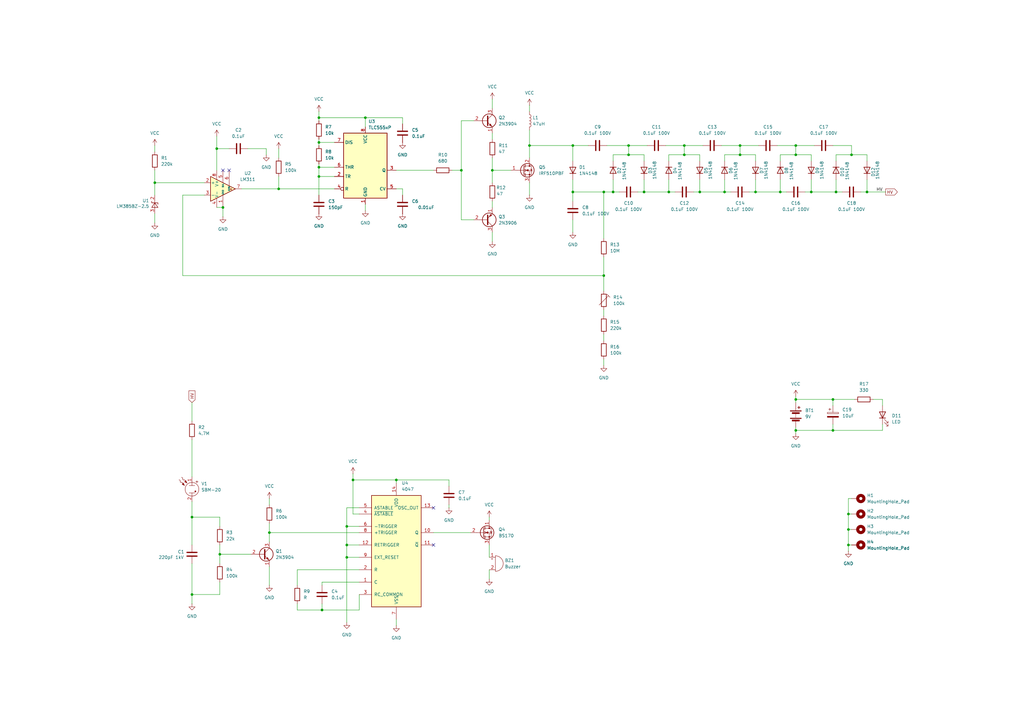
<source format=kicad_sch>
(kicad_sch
	(version 20250114)
	(generator "eeschema")
	(generator_version "9.0")
	(uuid "d19b5424-d040-46ab-bfa2-8cb735dd8d3f")
	(paper "A3")
	
	(junction
		(at 280.67 59.69)
		(diameter 0)
		(color 0 0 0 0)
		(uuid "0466eed3-1abc-4eec-90f4-92f1f604053d")
	)
	(junction
		(at 326.39 163.83)
		(diameter 0)
		(color 0 0 0 0)
		(uuid "071b2c94-a9e4-4921-9596-f6b64d8faa00")
	)
	(junction
		(at 63.5 74.93)
		(diameter 0)
		(color 0 0 0 0)
		(uuid "0b044aa2-ad81-488b-91c9-15a7f4c548f5")
	)
	(junction
		(at 257.81 59.69)
		(diameter 0)
		(color 0 0 0 0)
		(uuid "0b26a581-4353-46af-baac-205569988011")
	)
	(junction
		(at 332.74 78.74)
		(diameter 0)
		(color 0 0 0 0)
		(uuid "0e27f231-4149-4925-b535-26e98b487b93")
	)
	(junction
		(at 91.44 85.09)
		(diameter 0)
		(color 0 0 0 0)
		(uuid "10ebd033-f2d7-4448-9b9e-db69fe1e0f52")
	)
	(junction
		(at 234.95 59.69)
		(diameter 0)
		(color 0 0 0 0)
		(uuid "268aeb3e-cd16-4840-81f0-457dccfdc253")
	)
	(junction
		(at 189.23 69.85)
		(diameter 0)
		(color 0 0 0 0)
		(uuid "2d38ae67-fd8a-438e-a3ea-442428a57447")
	)
	(junction
		(at 130.81 72.39)
		(diameter 0)
		(color 0 0 0 0)
		(uuid "449efacf-295d-4092-bed9-9f8178ae8f41")
	)
	(junction
		(at 347.98 223.52)
		(diameter 0)
		(color 0 0 0 0)
		(uuid "4822a6c9-8d12-465c-9863-4a9e88617c5b")
	)
	(junction
		(at 78.74 212.09)
		(diameter 0)
		(color 0 0 0 0)
		(uuid "497fed87-1070-4c73-9952-6a69505d051f")
	)
	(junction
		(at 88.9 60.96)
		(diameter 0)
		(color 0 0 0 0)
		(uuid "4a2e37ac-0d55-4c09-acb5-6572b4cf4dbc")
	)
	(junction
		(at 142.24 228.6)
		(diameter 0)
		(color 0 0 0 0)
		(uuid "4a83fd0f-feba-43f1-a73f-1626fa21a0ee")
	)
	(junction
		(at 257.81 63.5)
		(diameter 0)
		(color 0 0 0 0)
		(uuid "52f08001-bb2e-4e5c-98ae-26fae45d947b")
	)
	(junction
		(at 130.81 68.58)
		(diameter 0)
		(color 0 0 0 0)
		(uuid "53298db8-1000-419f-80d8-2215a37134f7")
	)
	(junction
		(at 142.24 215.9)
		(diameter 0)
		(color 0 0 0 0)
		(uuid "55f90be1-6150-4ad4-accd-949fa7f0a6c2")
	)
	(junction
		(at 114.3 77.47)
		(diameter 0)
		(color 0 0 0 0)
		(uuid "566d080e-54d2-42ec-bb64-f2411516f930")
	)
	(junction
		(at 274.32 78.74)
		(diameter 0)
		(color 0 0 0 0)
		(uuid "567c8dee-59d8-4189-b1b8-23eafa46ac3f")
	)
	(junction
		(at 247.65 113.03)
		(diameter 0)
		(color 0 0 0 0)
		(uuid "58aec3bd-46a3-4aa3-918c-fed7392739aa")
	)
	(junction
		(at 326.39 176.53)
		(diameter 0)
		(color 0 0 0 0)
		(uuid "5e64ba54-8f54-4c13-8cef-ebeff7e6d236")
	)
	(junction
		(at 303.53 63.5)
		(diameter 0)
		(color 0 0 0 0)
		(uuid "6044b0ba-f498-430a-8c11-c2bca2936271")
	)
	(junction
		(at 341.63 163.83)
		(diameter 0)
		(color 0 0 0 0)
		(uuid "61a48062-27c0-4190-8b56-f4b9ca00e06b")
	)
	(junction
		(at 347.98 217.17)
		(diameter 0)
		(color 0 0 0 0)
		(uuid "62d6471c-1f8b-40c4-ba1f-4d8694613644")
	)
	(junction
		(at 297.18 78.74)
		(diameter 0)
		(color 0 0 0 0)
		(uuid "6702c2c3-77a6-4038-950a-e6a4a7c61bd3")
	)
	(junction
		(at 78.74 243.84)
		(diameter 0)
		(color 0 0 0 0)
		(uuid "6aac5c15-00cf-496e-b410-414efc9b0612")
	)
	(junction
		(at 326.39 59.69)
		(diameter 0)
		(color 0 0 0 0)
		(uuid "6b477dd6-4ed0-4da3-b026-6cc632b2f2d1")
	)
	(junction
		(at 201.93 69.85)
		(diameter 0)
		(color 0 0 0 0)
		(uuid "75693fe5-3f2a-4d50-9666-c0359c604b9c")
	)
	(junction
		(at 303.53 59.69)
		(diameter 0)
		(color 0 0 0 0)
		(uuid "7914896f-04a7-4101-8c99-eb4c8f8211d9")
	)
	(junction
		(at 217.17 59.69)
		(diameter 0)
		(color 0 0 0 0)
		(uuid "7ad1ef64-b649-4275-85a6-93cbd10c0445")
	)
	(junction
		(at 349.25 63.5)
		(diameter 0)
		(color 0 0 0 0)
		(uuid "860371ff-4cb6-4cde-8f2a-7bb7e2532120")
	)
	(junction
		(at 130.81 48.26)
		(diameter 0)
		(color 0 0 0 0)
		(uuid "87665e8c-2055-44fc-9e4b-1c11819ff34a")
	)
	(junction
		(at 162.56 196.85)
		(diameter 0)
		(color 0 0 0 0)
		(uuid "9578b21f-5a78-45cb-90dd-8cb6820c41ce")
	)
	(junction
		(at 90.17 227.33)
		(diameter 0)
		(color 0 0 0 0)
		(uuid "9672d4e5-8ecd-48bf-a1d9-d55a44d867a3")
	)
	(junction
		(at 110.49 218.44)
		(diameter 0)
		(color 0 0 0 0)
		(uuid "9b685370-6b09-4002-9df1-a747be18c987")
	)
	(junction
		(at 326.39 63.5)
		(diameter 0)
		(color 0 0 0 0)
		(uuid "a9c9fc22-9db6-4fe2-8443-18eb1d77612e")
	)
	(junction
		(at 355.6 78.74)
		(diameter 0)
		(color 0 0 0 0)
		(uuid "ab3e577e-996a-402b-8046-a0b773f98e7e")
	)
	(junction
		(at 247.65 78.74)
		(diameter 0)
		(color 0 0 0 0)
		(uuid "ae5f2db2-10c9-41fe-b56b-c8c0f5ae51ea")
	)
	(junction
		(at 341.63 176.53)
		(diameter 0)
		(color 0 0 0 0)
		(uuid "b28448bf-15a9-441e-8b8c-a2a97efb2838")
	)
	(junction
		(at 347.98 210.82)
		(diameter 0)
		(color 0 0 0 0)
		(uuid "b4bdb490-cd30-4fe2-b219-74c5292e7821")
	)
	(junction
		(at 144.78 196.85)
		(diameter 0)
		(color 0 0 0 0)
		(uuid "b68b03f2-9d53-4438-9b55-013ed83f8634")
	)
	(junction
		(at 234.95 78.74)
		(diameter 0)
		(color 0 0 0 0)
		(uuid "b7801a04-9518-492d-96d9-5e350f46a18e")
	)
	(junction
		(at 142.24 223.52)
		(diameter 0)
		(color 0 0 0 0)
		(uuid "b7817ad2-9324-4b8d-ab15-a3585a4dffc9")
	)
	(junction
		(at 132.08 250.19)
		(diameter 0)
		(color 0 0 0 0)
		(uuid "bc147a50-25ae-4f15-b8d9-e573368ffafb")
	)
	(junction
		(at 280.67 63.5)
		(diameter 0)
		(color 0 0 0 0)
		(uuid "c7dc5e85-389c-4101-98f5-849032d7c40f")
	)
	(junction
		(at 309.88 78.74)
		(diameter 0)
		(color 0 0 0 0)
		(uuid "cf347351-c2c4-458f-ab7f-5e971cc0858f")
	)
	(junction
		(at 251.46 78.74)
		(diameter 0)
		(color 0 0 0 0)
		(uuid "d765df4d-2e19-4855-89a4-d49f992f987a")
	)
	(junction
		(at 130.81 58.42)
		(diameter 0)
		(color 0 0 0 0)
		(uuid "de34fe07-1140-4a54-af36-a035dfd7e024")
	)
	(junction
		(at 264.16 78.74)
		(diameter 0)
		(color 0 0 0 0)
		(uuid "ded716a6-7046-409b-b548-f18753c919fe")
	)
	(junction
		(at 149.86 48.26)
		(diameter 0)
		(color 0 0 0 0)
		(uuid "e2d365be-cbbe-4431-afa7-10be92d9b355")
	)
	(junction
		(at 342.9 78.74)
		(diameter 0)
		(color 0 0 0 0)
		(uuid "e4fee978-cd8d-49b0-9e32-52004394b599")
	)
	(junction
		(at 320.04 78.74)
		(diameter 0)
		(color 0 0 0 0)
		(uuid "e984b321-1d94-4660-b802-187c7511b4a2")
	)
	(junction
		(at 287.02 78.74)
		(diameter 0)
		(color 0 0 0 0)
		(uuid "f49424b3-c5cf-4895-bbb1-806aebda934e")
	)
	(no_connect
		(at 91.44 69.85)
		(uuid "169c6ef6-d51e-4d75-926e-7c29d213a4c2")
	)
	(no_connect
		(at 177.8 208.28)
		(uuid "a23564b2-bd35-4d76-b38a-d1f5b58061bc")
	)
	(no_connect
		(at 93.98 69.85)
		(uuid "a4c3d923-3cdc-4ad9-bdfc-4bb467bed783")
	)
	(no_connect
		(at 177.8 223.52)
		(uuid "b99041f9-5d89-47f7-862c-bdc6e3b84709")
	)
	(wire
		(pts
			(xy 274.32 66.04) (xy 274.32 63.5)
		)
		(stroke
			(width 0)
			(type default)
		)
		(uuid "00142bd7-094c-4450-bf6b-5badb9d6e388")
	)
	(wire
		(pts
			(xy 247.65 127) (xy 247.65 129.54)
		)
		(stroke
			(width 0)
			(type default)
		)
		(uuid "04192022-2fa4-449d-a1df-57fe03be6a52")
	)
	(wire
		(pts
			(xy 144.78 210.82) (xy 144.78 196.85)
		)
		(stroke
			(width 0)
			(type default)
		)
		(uuid "048a45a5-9f78-406e-b42a-c84712f11609")
	)
	(wire
		(pts
			(xy 332.74 73.66) (xy 332.74 78.74)
		)
		(stroke
			(width 0)
			(type default)
		)
		(uuid "05a63259-2f0e-4928-8bb0-736b96d3c295")
	)
	(wire
		(pts
			(xy 297.18 63.5) (xy 303.53 63.5)
		)
		(stroke
			(width 0)
			(type default)
		)
		(uuid "07fa695f-7ef1-4192-abf9-e6e04f70f169")
	)
	(wire
		(pts
			(xy 355.6 78.74) (xy 363.22 78.74)
		)
		(stroke
			(width 0)
			(type default)
		)
		(uuid "08073bcc-0fd6-40bf-b099-c2d643dd3688")
	)
	(wire
		(pts
			(xy 200.66 212.09) (xy 200.66 213.36)
		)
		(stroke
			(width 0)
			(type default)
		)
		(uuid "08d766b3-2a60-4b45-91f4-0fdf7c373f39")
	)
	(wire
		(pts
			(xy 234.95 73.66) (xy 234.95 78.74)
		)
		(stroke
			(width 0)
			(type default)
		)
		(uuid "0a47e43c-f640-43e4-98da-981793087c33")
	)
	(wire
		(pts
			(xy 247.65 105.41) (xy 247.65 113.03)
		)
		(stroke
			(width 0)
			(type default)
		)
		(uuid "0ac7ce86-1c09-47fb-9cf8-d3f9b8b6d3d0")
	)
	(wire
		(pts
			(xy 217.17 59.69) (xy 217.17 64.77)
		)
		(stroke
			(width 0)
			(type default)
		)
		(uuid "0d4fde3d-4fa9-451c-be1d-4c296eb3ab16")
	)
	(wire
		(pts
			(xy 326.39 59.69) (xy 334.01 59.69)
		)
		(stroke
			(width 0)
			(type default)
		)
		(uuid "0f3923d5-9b8b-454a-b885-bfec320de44d")
	)
	(wire
		(pts
			(xy 162.56 254) (xy 162.56 256.54)
		)
		(stroke
			(width 0)
			(type default)
		)
		(uuid "12552014-62d4-40e1-86fd-e8942caadc71")
	)
	(wire
		(pts
			(xy 184.15 207.01) (xy 184.15 208.28)
		)
		(stroke
			(width 0)
			(type default)
		)
		(uuid "15d1bc40-94b8-4f33-832d-3d8429a4763d")
	)
	(wire
		(pts
			(xy 347.98 223.52) (xy 347.98 217.17)
		)
		(stroke
			(width 0)
			(type default)
		)
		(uuid "17214320-0ad3-4fa9-97c8-99f58d514ea1")
	)
	(wire
		(pts
			(xy 264.16 63.5) (xy 264.16 66.04)
		)
		(stroke
			(width 0)
			(type default)
		)
		(uuid "198ae0f2-ffd4-441c-97f5-0ab64d623fd3")
	)
	(wire
		(pts
			(xy 251.46 78.74) (xy 254 78.74)
		)
		(stroke
			(width 0)
			(type default)
		)
		(uuid "1d5fbe8f-d108-4f8c-97bc-7f2acc5b01ee")
	)
	(wire
		(pts
			(xy 234.95 78.74) (xy 234.95 82.55)
		)
		(stroke
			(width 0)
			(type default)
		)
		(uuid "1db085d3-8817-4ece-875c-a26d4cfe4003")
	)
	(wire
		(pts
			(xy 309.88 73.66) (xy 309.88 78.74)
		)
		(stroke
			(width 0)
			(type default)
		)
		(uuid "1db1b30e-83a8-4470-b747-a0b380301924")
	)
	(wire
		(pts
			(xy 130.81 72.39) (xy 130.81 80.01)
		)
		(stroke
			(width 0)
			(type default)
		)
		(uuid "1f04c938-3c74-40a0-a721-22b2d1abfad4")
	)
	(wire
		(pts
			(xy 342.9 73.66) (xy 342.9 78.74)
		)
		(stroke
			(width 0)
			(type default)
		)
		(uuid "21d992cd-b684-4586-9f10-86699ca7a071")
	)
	(wire
		(pts
			(xy 287.02 78.74) (xy 297.18 78.74)
		)
		(stroke
			(width 0)
			(type default)
		)
		(uuid "25d2cdb9-2c80-4a41-8b6a-cb2faa777bbc")
	)
	(wire
		(pts
			(xy 101.6 60.96) (xy 109.22 60.96)
		)
		(stroke
			(width 0)
			(type default)
		)
		(uuid "265d9d77-b930-4d32-b123-f4b06367e7ab")
	)
	(wire
		(pts
			(xy 130.81 58.42) (xy 137.16 58.42)
		)
		(stroke
			(width 0)
			(type default)
		)
		(uuid "2802b37c-c766-4fdd-b955-b62c9a9d6ea6")
	)
	(wire
		(pts
			(xy 332.74 78.74) (xy 342.9 78.74)
		)
		(stroke
			(width 0)
			(type default)
		)
		(uuid "282be755-5912-4a52-b022-d312642c7bd7")
	)
	(wire
		(pts
			(xy 142.24 223.52) (xy 147.32 223.52)
		)
		(stroke
			(width 0)
			(type default)
		)
		(uuid "2cec31d7-2fa5-4054-87b5-1347e5d0b187")
	)
	(wire
		(pts
			(xy 280.67 63.5) (xy 287.02 63.5)
		)
		(stroke
			(width 0)
			(type default)
		)
		(uuid "2ec5e072-6eda-4065-9355-a6ac1be417ce")
	)
	(wire
		(pts
			(xy 114.3 72.39) (xy 114.3 77.47)
		)
		(stroke
			(width 0)
			(type default)
		)
		(uuid "3258ab93-893f-4db3-91dc-d6b9b7270df5")
	)
	(wire
		(pts
			(xy 130.81 68.58) (xy 130.81 72.39)
		)
		(stroke
			(width 0)
			(type default)
		)
		(uuid "326a717e-bd5a-4688-82bd-8a96def4d060")
	)
	(wire
		(pts
			(xy 132.08 240.03) (xy 132.08 238.76)
		)
		(stroke
			(width 0)
			(type default)
		)
		(uuid "331ef11c-9846-40aa-b38f-e23cf218c741")
	)
	(wire
		(pts
			(xy 251.46 66.04) (xy 251.46 63.5)
		)
		(stroke
			(width 0)
			(type default)
		)
		(uuid "349389a4-4c0f-4375-bab1-d482e549583f")
	)
	(wire
		(pts
			(xy 217.17 59.69) (xy 234.95 59.69)
		)
		(stroke
			(width 0)
			(type default)
		)
		(uuid "35fcb0bc-b76e-4bc6-b7e3-c135779f0a20")
	)
	(wire
		(pts
			(xy 88.9 85.09) (xy 91.44 85.09)
		)
		(stroke
			(width 0)
			(type default)
		)
		(uuid "39d08097-3cee-4d06-8be1-5c440dfbf877")
	)
	(wire
		(pts
			(xy 234.95 90.17) (xy 234.95 95.25)
		)
		(stroke
			(width 0)
			(type default)
		)
		(uuid "3c606400-5397-4fca-803a-c39703921d6c")
	)
	(wire
		(pts
			(xy 63.5 74.93) (xy 63.5 80.01)
		)
		(stroke
			(width 0)
			(type default)
		)
		(uuid "3d999d77-8df9-4bd8-8f4a-76cedc7431ee")
	)
	(wire
		(pts
			(xy 114.3 60.96) (xy 114.3 64.77)
		)
		(stroke
			(width 0)
			(type default)
		)
		(uuid "3d9e6eb1-9cfb-44b8-8df5-e212b64ca40b")
	)
	(wire
		(pts
			(xy 342.9 63.5) (xy 349.25 63.5)
		)
		(stroke
			(width 0)
			(type default)
		)
		(uuid "3f2f0d0b-74ab-4ad3-9a3a-7762a64ed204")
	)
	(wire
		(pts
			(xy 114.3 77.47) (xy 137.16 77.47)
		)
		(stroke
			(width 0)
			(type default)
		)
		(uuid "3f967376-78a1-4c4a-a0f5-56f76092b0b0")
	)
	(wire
		(pts
			(xy 189.23 69.85) (xy 189.23 90.17)
		)
		(stroke
			(width 0)
			(type default)
		)
		(uuid "40101860-a201-4d8a-869f-781ed3fd4016")
	)
	(wire
		(pts
			(xy 184.15 196.85) (xy 162.56 196.85)
		)
		(stroke
			(width 0)
			(type default)
		)
		(uuid "404ddca2-01bf-4bbb-9cae-b116a626ecaf")
	)
	(wire
		(pts
			(xy 189.23 90.17) (xy 194.31 90.17)
		)
		(stroke
			(width 0)
			(type default)
		)
		(uuid "4198e00d-3c75-497f-b3aa-b6aca8f6905f")
	)
	(wire
		(pts
			(xy 90.17 212.09) (xy 78.74 212.09)
		)
		(stroke
			(width 0)
			(type default)
		)
		(uuid "429e029a-9503-4a07-9204-5e81a890338c")
	)
	(wire
		(pts
			(xy 326.39 163.83) (xy 341.63 163.83)
		)
		(stroke
			(width 0)
			(type default)
		)
		(uuid "43380e86-86c9-4e7f-b612-eb05a867318d")
	)
	(wire
		(pts
			(xy 142.24 228.6) (xy 147.32 228.6)
		)
		(stroke
			(width 0)
			(type default)
		)
		(uuid "43ee75e6-5dd2-4165-8979-29346068f637")
	)
	(wire
		(pts
			(xy 110.49 218.44) (xy 110.49 222.25)
		)
		(stroke
			(width 0)
			(type default)
		)
		(uuid "46803021-ea65-403c-a71d-fe4a53d15f35")
	)
	(wire
		(pts
			(xy 184.15 199.39) (xy 184.15 196.85)
		)
		(stroke
			(width 0)
			(type default)
		)
		(uuid "4919a195-c249-49f9-b064-ba8b62ddc711")
	)
	(wire
		(pts
			(xy 162.56 69.85) (xy 177.8 69.85)
		)
		(stroke
			(width 0)
			(type default)
		)
		(uuid "49c373df-4f27-4c8f-8de0-eefdad81ef08")
	)
	(wire
		(pts
			(xy 110.49 232.41) (xy 110.49 240.03)
		)
		(stroke
			(width 0)
			(type default)
		)
		(uuid "4b094907-956e-48a3-a226-af7a7aff2431")
	)
	(wire
		(pts
			(xy 261.62 78.74) (xy 264.16 78.74)
		)
		(stroke
			(width 0)
			(type default)
		)
		(uuid "4d276950-1266-4511-9471-b8f60060a840")
	)
	(wire
		(pts
			(xy 303.53 63.5) (xy 309.88 63.5)
		)
		(stroke
			(width 0)
			(type default)
		)
		(uuid "4de27d22-cbd2-438f-a47a-5d44696010c1")
	)
	(wire
		(pts
			(xy 110.49 214.63) (xy 110.49 218.44)
		)
		(stroke
			(width 0)
			(type default)
		)
		(uuid "502b55eb-12fe-4bf3-b536-f5181013543c")
	)
	(wire
		(pts
			(xy 349.25 63.5) (xy 355.6 63.5)
		)
		(stroke
			(width 0)
			(type default)
		)
		(uuid "5134034d-aaa6-4022-9581-1e57cb6e526c")
	)
	(wire
		(pts
			(xy 201.93 54.61) (xy 201.93 57.15)
		)
		(stroke
			(width 0)
			(type default)
		)
		(uuid "514f00d0-ab4c-469d-ad44-4674350765cf")
	)
	(wire
		(pts
			(xy 217.17 74.93) (xy 217.17 80.01)
		)
		(stroke
			(width 0)
			(type default)
		)
		(uuid "539cf699-6a3b-40c0-a08a-95e637a47440")
	)
	(wire
		(pts
			(xy 78.74 180.34) (xy 78.74 195.58)
		)
		(stroke
			(width 0)
			(type default)
		)
		(uuid "545293f6-9dae-40ac-8109-d8a9c1722cb3")
	)
	(wire
		(pts
			(xy 297.18 66.04) (xy 297.18 63.5)
		)
		(stroke
			(width 0)
			(type default)
		)
		(uuid "55a7ed53-5b66-40d9-ad89-26c399dfdf4d")
	)
	(wire
		(pts
			(xy 142.24 215.9) (xy 142.24 223.52)
		)
		(stroke
			(width 0)
			(type default)
		)
		(uuid "562829ad-0f9b-4888-93cd-217c034e2a73")
	)
	(wire
		(pts
			(xy 165.1 48.26) (xy 149.86 48.26)
		)
		(stroke
			(width 0)
			(type default)
		)
		(uuid "59292834-bd2a-4f30-8c0d-811483836716")
	)
	(wire
		(pts
			(xy 247.65 137.16) (xy 247.65 139.7)
		)
		(stroke
			(width 0)
			(type default)
		)
		(uuid "59430bb3-9687-423d-a2bf-1f1fb92b39ea")
	)
	(wire
		(pts
			(xy 99.06 77.47) (xy 114.3 77.47)
		)
		(stroke
			(width 0)
			(type default)
		)
		(uuid "59c6956c-6c1e-46d6-bb33-c11103832290")
	)
	(wire
		(pts
			(xy 342.9 66.04) (xy 342.9 63.5)
		)
		(stroke
			(width 0)
			(type default)
		)
		(uuid "5a0d1edf-c127-43e9-afec-6b4dd98c9f4a")
	)
	(wire
		(pts
			(xy 74.93 80.01) (xy 83.82 80.01)
		)
		(stroke
			(width 0)
			(type default)
		)
		(uuid "5ab6a528-78ca-40d0-bb01-0ff38532b565")
	)
	(wire
		(pts
			(xy 130.81 57.15) (xy 130.81 58.42)
		)
		(stroke
			(width 0)
			(type default)
		)
		(uuid "5b8a0214-0cad-4cc3-a69a-d5e5cb251a60")
	)
	(wire
		(pts
			(xy 342.9 78.74) (xy 345.44 78.74)
		)
		(stroke
			(width 0)
			(type default)
		)
		(uuid "5cf57015-b50b-48c5-8a90-b7912b0818e6")
	)
	(wire
		(pts
			(xy 90.17 243.84) (xy 78.74 243.84)
		)
		(stroke
			(width 0)
			(type default)
		)
		(uuid "5ef7aa04-7049-417f-a586-b4b7ff2136da")
	)
	(wire
		(pts
			(xy 309.88 78.74) (xy 320.04 78.74)
		)
		(stroke
			(width 0)
			(type default)
		)
		(uuid "61e00f5b-bc0e-463c-8206-18d219618e9a")
	)
	(wire
		(pts
			(xy 130.81 48.26) (xy 149.86 48.26)
		)
		(stroke
			(width 0)
			(type default)
		)
		(uuid "6379e067-0b39-4734-ac7b-143709853e4a")
	)
	(wire
		(pts
			(xy 309.88 63.5) (xy 309.88 66.04)
		)
		(stroke
			(width 0)
			(type default)
		)
		(uuid "661f8475-b3d5-4594-b7bb-90efffa2e3e0")
	)
	(wire
		(pts
			(xy 130.81 45.72) (xy 130.81 48.26)
		)
		(stroke
			(width 0)
			(type default)
		)
		(uuid "66953edd-3932-4b78-85ac-db8eab7d3d17")
	)
	(wire
		(pts
			(xy 303.53 59.69) (xy 311.15 59.69)
		)
		(stroke
			(width 0)
			(type default)
		)
		(uuid "6764386d-a1dc-4ad2-88a4-e928032fdc29")
	)
	(wire
		(pts
			(xy 257.81 59.69) (xy 257.81 63.5)
		)
		(stroke
			(width 0)
			(type default)
		)
		(uuid "6890002c-6f67-443d-93d8-df0dd688e2d6")
	)
	(wire
		(pts
			(xy 318.77 59.69) (xy 326.39 59.69)
		)
		(stroke
			(width 0)
			(type default)
		)
		(uuid "6b48874b-7b7c-4044-9218-a5fa91da5d04")
	)
	(wire
		(pts
			(xy 326.39 63.5) (xy 332.74 63.5)
		)
		(stroke
			(width 0)
			(type default)
		)
		(uuid "6f2fa6f6-765f-4893-8ee5-0c187c27059c")
	)
	(wire
		(pts
			(xy 257.81 63.5) (xy 264.16 63.5)
		)
		(stroke
			(width 0)
			(type default)
		)
		(uuid "70c523b9-a14a-40e3-843d-187a8c0b5e38")
	)
	(wire
		(pts
			(xy 320.04 73.66) (xy 320.04 78.74)
		)
		(stroke
			(width 0)
			(type default)
		)
		(uuid "715b1dc5-1db2-498a-b3f0-70d4f357f2d0")
	)
	(wire
		(pts
			(xy 162.56 77.47) (xy 165.1 77.47)
		)
		(stroke
			(width 0)
			(type default)
		)
		(uuid "731cc294-58cc-41ed-bbaa-498d66bdf3c6")
	)
	(wire
		(pts
			(xy 165.1 77.47) (xy 165.1 80.01)
		)
		(stroke
			(width 0)
			(type default)
		)
		(uuid "73839d08-a397-4896-bc0c-6b9a39d499e9")
	)
	(wire
		(pts
			(xy 121.92 247.65) (xy 121.92 250.19)
		)
		(stroke
			(width 0)
			(type default)
		)
		(uuid "73f0fdc6-0d66-47a5-a147-b517c152670c")
	)
	(wire
		(pts
			(xy 326.39 175.26) (xy 326.39 176.53)
		)
		(stroke
			(width 0)
			(type default)
		)
		(uuid "7588c20d-816b-428b-92be-d87d26af12aa")
	)
	(wire
		(pts
			(xy 287.02 73.66) (xy 287.02 78.74)
		)
		(stroke
			(width 0)
			(type default)
		)
		(uuid "7b46b971-bc1e-475e-92fd-18a21cca377c")
	)
	(wire
		(pts
			(xy 201.93 64.77) (xy 201.93 69.85)
		)
		(stroke
			(width 0)
			(type default)
		)
		(uuid "7de3cd60-8eb3-4a99-9fe5-561574ffc002")
	)
	(wire
		(pts
			(xy 341.63 59.69) (xy 349.25 59.69)
		)
		(stroke
			(width 0)
			(type default)
		)
		(uuid "7e181f0e-278c-4c4a-8a8a-59ff5ee283de")
	)
	(wire
		(pts
			(xy 217.17 53.34) (xy 217.17 59.69)
		)
		(stroke
			(width 0)
			(type default)
		)
		(uuid "7fc00e5b-01d4-4730-a3ae-4a5adf8a8175")
	)
	(wire
		(pts
			(xy 358.14 163.83) (xy 361.95 163.83)
		)
		(stroke
			(width 0)
			(type default)
		)
		(uuid "8019bcac-37b8-45fe-b0e1-6f6755eb0134")
	)
	(wire
		(pts
			(xy 355.6 73.66) (xy 355.6 78.74)
		)
		(stroke
			(width 0)
			(type default)
		)
		(uuid "8025d6d0-7e0c-4562-9314-2b2651055891")
	)
	(wire
		(pts
			(xy 347.98 210.82) (xy 349.25 210.82)
		)
		(stroke
			(width 0)
			(type default)
		)
		(uuid "804b732d-ae93-432f-a8c9-2e2a62287026")
	)
	(wire
		(pts
			(xy 130.81 67.31) (xy 130.81 68.58)
		)
		(stroke
			(width 0)
			(type default)
		)
		(uuid "80bdd1aa-f9ff-441c-b4dc-c7d99e813111")
	)
	(wire
		(pts
			(xy 274.32 78.74) (xy 276.86 78.74)
		)
		(stroke
			(width 0)
			(type default)
		)
		(uuid "8233a60e-b945-439b-94db-44ee03d17005")
	)
	(wire
		(pts
			(xy 251.46 63.5) (xy 257.81 63.5)
		)
		(stroke
			(width 0)
			(type default)
		)
		(uuid "83beb171-325e-43a7-9e46-1da77023cb4a")
	)
	(wire
		(pts
			(xy 274.32 73.66) (xy 274.32 78.74)
		)
		(stroke
			(width 0)
			(type default)
		)
		(uuid "85289017-b285-486c-aefc-d9c4dfc3d93a")
	)
	(wire
		(pts
			(xy 234.95 59.69) (xy 241.3 59.69)
		)
		(stroke
			(width 0)
			(type default)
		)
		(uuid "85a57072-7879-4fac-85e9-3b6a9dbaf477")
	)
	(wire
		(pts
			(xy 63.5 59.69) (xy 63.5 62.23)
		)
		(stroke
			(width 0)
			(type default)
		)
		(uuid "86c84024-13a1-483f-ae21-d680a0f1b425")
	)
	(wire
		(pts
			(xy 110.49 204.47) (xy 110.49 207.01)
		)
		(stroke
			(width 0)
			(type default)
		)
		(uuid "8702b17b-bdb0-49f2-9a67-6c9498d4a464")
	)
	(wire
		(pts
			(xy 88.9 55.88) (xy 88.9 60.96)
		)
		(stroke
			(width 0)
			(type default)
		)
		(uuid "870960a8-13e1-4879-a971-eee7973386bd")
	)
	(wire
		(pts
			(xy 347.98 217.17) (xy 349.25 217.17)
		)
		(stroke
			(width 0)
			(type default)
		)
		(uuid "873077c4-d89f-4bca-ba4b-f7746b777a73")
	)
	(wire
		(pts
			(xy 347.98 223.52) (xy 349.25 223.52)
		)
		(stroke
			(width 0)
			(type default)
		)
		(uuid "87dd1b52-b94b-48b1-acf9-cbc4898dbd9f")
	)
	(wire
		(pts
			(xy 90.17 223.52) (xy 90.17 227.33)
		)
		(stroke
			(width 0)
			(type default)
		)
		(uuid "8c29a3cb-0fae-4640-ad8c-7236cbb68cec")
	)
	(wire
		(pts
			(xy 247.65 113.03) (xy 247.65 119.38)
		)
		(stroke
			(width 0)
			(type default)
		)
		(uuid "8c2e5522-d1f1-49e0-81a0-7a9377b86eb9")
	)
	(wire
		(pts
			(xy 287.02 63.5) (xy 287.02 66.04)
		)
		(stroke
			(width 0)
			(type default)
		)
		(uuid "8c3038f9-4d89-4de3-9f87-cb2bd0923c0f")
	)
	(wire
		(pts
			(xy 341.63 166.37) (xy 341.63 163.83)
		)
		(stroke
			(width 0)
			(type default)
		)
		(uuid "8d64d76a-d9b9-4254-b06d-7af865cbea3b")
	)
	(wire
		(pts
			(xy 297.18 78.74) (xy 299.72 78.74)
		)
		(stroke
			(width 0)
			(type default)
		)
		(uuid "90621ec2-2807-4310-8e8d-a746e4cf376d")
	)
	(wire
		(pts
			(xy 247.65 78.74) (xy 251.46 78.74)
		)
		(stroke
			(width 0)
			(type default)
		)
		(uuid "9873eb42-618c-4c08-978b-01ea87c28eb8")
	)
	(wire
		(pts
			(xy 78.74 165.1) (xy 78.74 172.72)
		)
		(stroke
			(width 0)
			(type default)
		)
		(uuid "99b7e679-3902-45b3-94be-9a6508f6c73a")
	)
	(wire
		(pts
			(xy 284.48 78.74) (xy 287.02 78.74)
		)
		(stroke
			(width 0)
			(type default)
		)
		(uuid "9b2f7358-1966-4701-b531-9fe9a7c8d1bf")
	)
	(wire
		(pts
			(xy 142.24 223.52) (xy 142.24 228.6)
		)
		(stroke
			(width 0)
			(type default)
		)
		(uuid "9b336af8-4a10-4e69-ab81-25ed1d23613c")
	)
	(wire
		(pts
			(xy 274.32 63.5) (xy 280.67 63.5)
		)
		(stroke
			(width 0)
			(type default)
		)
		(uuid "9b69108f-388b-44c2-b2e0-2bb2e02fa9bf")
	)
	(wire
		(pts
			(xy 132.08 238.76) (xy 147.32 238.76)
		)
		(stroke
			(width 0)
			(type default)
		)
		(uuid "9c120156-c0f3-4e9c-b214-4f294a56b709")
	)
	(wire
		(pts
			(xy 347.98 210.82) (xy 347.98 204.47)
		)
		(stroke
			(width 0)
			(type default)
		)
		(uuid "9ca14238-e8d5-4278-a96f-ce214ae60ded")
	)
	(wire
		(pts
			(xy 347.98 226.06) (xy 347.98 223.52)
		)
		(stroke
			(width 0)
			(type default)
		)
		(uuid "9ca7ff18-915d-4a2f-913d-c1f79c108021")
	)
	(wire
		(pts
			(xy 185.42 69.85) (xy 189.23 69.85)
		)
		(stroke
			(width 0)
			(type default)
		)
		(uuid "9d8de4b6-f3c5-47a7-b851-229600709f43")
	)
	(wire
		(pts
			(xy 330.2 78.74) (xy 332.74 78.74)
		)
		(stroke
			(width 0)
			(type default)
		)
		(uuid "9faf5547-29c6-4d91-b037-ca4f5f2c5053")
	)
	(wire
		(pts
			(xy 78.74 231.14) (xy 78.74 243.84)
		)
		(stroke
			(width 0)
			(type default)
		)
		(uuid "a08e079d-1ddb-4000-9f55-2e73313e7164")
	)
	(wire
		(pts
			(xy 201.93 40.64) (xy 201.93 44.45)
		)
		(stroke
			(width 0)
			(type default)
		)
		(uuid "a360d9c3-42d1-43b4-b079-e81aa8194fee")
	)
	(wire
		(pts
			(xy 177.8 218.44) (xy 193.04 218.44)
		)
		(stroke
			(width 0)
			(type default)
		)
		(uuid "a461e15b-7a53-4d12-a585-088f1247e727")
	)
	(wire
		(pts
			(xy 109.22 60.96) (xy 109.22 63.5)
		)
		(stroke
			(width 0)
			(type default)
		)
		(uuid "a474d674-e6cf-4611-95a5-5a73e18d416c")
	)
	(wire
		(pts
			(xy 147.32 243.84) (xy 147.32 250.19)
		)
		(stroke
			(width 0)
			(type default)
		)
		(uuid "a71e9d40-93e5-493b-8c3b-f34da4a23129")
	)
	(wire
		(pts
			(xy 74.93 80.01) (xy 74.93 113.03)
		)
		(stroke
			(width 0)
			(type default)
		)
		(uuid "a7ddd128-c8df-41f0-8c91-3e66e6e4cce1")
	)
	(wire
		(pts
			(xy 147.32 208.28) (xy 142.24 208.28)
		)
		(stroke
			(width 0)
			(type default)
		)
		(uuid "a7f3887d-622f-43e3-8e52-fa65ab0d6f4e")
	)
	(wire
		(pts
			(xy 162.56 196.85) (xy 162.56 198.12)
		)
		(stroke
			(width 0)
			(type default)
		)
		(uuid "a7f5230e-fb69-4872-9e3e-9c854bf5c5c5")
	)
	(wire
		(pts
			(xy 74.93 113.03) (xy 247.65 113.03)
		)
		(stroke
			(width 0)
			(type default)
		)
		(uuid "ababfae4-80c4-43f0-a2ff-b85ad68730f0")
	)
	(wire
		(pts
			(xy 201.93 69.85) (xy 209.55 69.85)
		)
		(stroke
			(width 0)
			(type default)
		)
		(uuid "abd148ca-dfd0-4dae-bb3e-7f0dd0e926a5")
	)
	(wire
		(pts
			(xy 280.67 59.69) (xy 280.67 63.5)
		)
		(stroke
			(width 0)
			(type default)
		)
		(uuid "adb4b54c-9e1c-4eb2-a5d7-215c47842fa6")
	)
	(wire
		(pts
			(xy 251.46 73.66) (xy 251.46 78.74)
		)
		(stroke
			(width 0)
			(type default)
		)
		(uuid "ae8d1ea5-490e-4f05-ba0e-e21074ff5cd1")
	)
	(wire
		(pts
			(xy 132.08 250.19) (xy 147.32 250.19)
		)
		(stroke
			(width 0)
			(type default)
		)
		(uuid "af0578fa-d7e1-4594-bbb2-58b88b14d2ee")
	)
	(wire
		(pts
			(xy 137.16 72.39) (xy 130.81 72.39)
		)
		(stroke
			(width 0)
			(type default)
		)
		(uuid "aff93bff-795f-478f-a1b5-f8cbe0098c52")
	)
	(wire
		(pts
			(xy 165.1 50.8) (xy 165.1 48.26)
		)
		(stroke
			(width 0)
			(type default)
		)
		(uuid "b200c732-ac2b-42cd-8120-21ba006e62bc")
	)
	(wire
		(pts
			(xy 326.39 162.56) (xy 326.39 163.83)
		)
		(stroke
			(width 0)
			(type default)
		)
		(uuid "b2cae9f5-4b51-43e0-bba7-317ad604b9bd")
	)
	(wire
		(pts
			(xy 217.17 43.18) (xy 217.17 45.72)
		)
		(stroke
			(width 0)
			(type default)
		)
		(uuid "b57eb0b9-d5d8-4a01-b215-616d63145234")
	)
	(wire
		(pts
			(xy 307.34 78.74) (xy 309.88 78.74)
		)
		(stroke
			(width 0)
			(type default)
		)
		(uuid "b79db3de-10b3-4a69-83da-d38458cc63b2")
	)
	(wire
		(pts
			(xy 78.74 243.84) (xy 78.74 247.65)
		)
		(stroke
			(width 0)
			(type default)
		)
		(uuid "b7c3cf60-0a0d-430a-a56c-c6ce9290514e")
	)
	(wire
		(pts
			(xy 149.86 83.82) (xy 149.86 86.36)
		)
		(stroke
			(width 0)
			(type default)
		)
		(uuid "b8d56729-e60f-4f96-b380-e742e3e715e7")
	)
	(wire
		(pts
			(xy 78.74 212.09) (xy 78.74 223.52)
		)
		(stroke
			(width 0)
			(type default)
		)
		(uuid "b8e03fdf-e42a-46c8-b2a2-0a24adc8ead3")
	)
	(wire
		(pts
			(xy 295.91 59.69) (xy 303.53 59.69)
		)
		(stroke
			(width 0)
			(type default)
		)
		(uuid "bb2f692e-12a3-4185-9cca-4d29ce50b953")
	)
	(wire
		(pts
			(xy 121.92 250.19) (xy 132.08 250.19)
		)
		(stroke
			(width 0)
			(type default)
		)
		(uuid "bb62accc-df5c-44f0-b6ab-3a81adbe9fd4")
	)
	(wire
		(pts
			(xy 147.32 210.82) (xy 144.78 210.82)
		)
		(stroke
			(width 0)
			(type default)
		)
		(uuid "bbd1af69-e6d4-4bbb-9ee9-366a30d9fce7")
	)
	(wire
		(pts
			(xy 147.32 233.68) (xy 121.92 233.68)
		)
		(stroke
			(width 0)
			(type default)
		)
		(uuid "bc8822ee-75aa-4f9d-8981-97442a6e6f71")
	)
	(wire
		(pts
			(xy 303.53 59.69) (xy 303.53 63.5)
		)
		(stroke
			(width 0)
			(type default)
		)
		(uuid "bce6941a-79cb-4923-b328-def171da1999")
	)
	(wire
		(pts
			(xy 320.04 63.5) (xy 326.39 63.5)
		)
		(stroke
			(width 0)
			(type default)
		)
		(uuid "bd7cba6f-9cc5-40ce-9621-c365777efddf")
	)
	(wire
		(pts
			(xy 297.18 73.66) (xy 297.18 78.74)
		)
		(stroke
			(width 0)
			(type default)
		)
		(uuid "be11f1a1-7232-45ab-bcc4-dc4849fb4668")
	)
	(wire
		(pts
			(xy 110.49 218.44) (xy 147.32 218.44)
		)
		(stroke
			(width 0)
			(type default)
		)
		(uuid "bed08fdd-61f9-43c8-a91f-c4328053adf5")
	)
	(wire
		(pts
			(xy 200.66 233.68) (xy 200.66 237.49)
		)
		(stroke
			(width 0)
			(type default)
		)
		(uuid "c03227f3-b65d-4f90-b7f3-7a85c16c6c4c")
	)
	(wire
		(pts
			(xy 142.24 208.28) (xy 142.24 215.9)
		)
		(stroke
			(width 0)
			(type default)
		)
		(uuid "c1152d67-af2c-498c-90c8-339238b9262d")
	)
	(wire
		(pts
			(xy 90.17 215.9) (xy 90.17 212.09)
		)
		(stroke
			(width 0)
			(type default)
		)
		(uuid "c164d012-15f1-4d00-b571-b09c66581179")
	)
	(wire
		(pts
			(xy 88.9 60.96) (xy 88.9 69.85)
		)
		(stroke
			(width 0)
			(type default)
		)
		(uuid "c4b64f4c-a1ab-4168-8547-e2e2e94e5177")
	)
	(wire
		(pts
			(xy 326.39 176.53) (xy 326.39 177.8)
		)
		(stroke
			(width 0)
			(type default)
		)
		(uuid "c5909407-b0ee-4df6-ac0f-5a7ca9001f50")
	)
	(wire
		(pts
			(xy 264.16 73.66) (xy 264.16 78.74)
		)
		(stroke
			(width 0)
			(type default)
		)
		(uuid "c6dc83f8-3883-4640-a6f7-01b593f42779")
	)
	(wire
		(pts
			(xy 347.98 204.47) (xy 349.25 204.47)
		)
		(stroke
			(width 0)
			(type default)
		)
		(uuid "c974df66-dd33-4d8d-aac4-b511c433b9d4")
	)
	(wire
		(pts
			(xy 353.06 78.74) (xy 355.6 78.74)
		)
		(stroke
			(width 0)
			(type default)
		)
		(uuid "cd3328b8-ae62-4916-bcd5-9e68da6bde5a")
	)
	(wire
		(pts
			(xy 142.24 215.9) (xy 147.32 215.9)
		)
		(stroke
			(width 0)
			(type default)
		)
		(uuid "cd8a279a-4fa7-4054-8449-378ed55dadbe")
	)
	(wire
		(pts
			(xy 349.25 59.69) (xy 349.25 63.5)
		)
		(stroke
			(width 0)
			(type default)
		)
		(uuid "ce19f7e1-1264-4f8e-bde0-f1fa30315fe0")
	)
	(wire
		(pts
			(xy 144.78 196.85) (xy 162.56 196.85)
		)
		(stroke
			(width 0)
			(type default)
		)
		(uuid "cf75fde9-96cf-47a4-982b-97ba6c3eeff6")
	)
	(wire
		(pts
			(xy 88.9 60.96) (xy 93.98 60.96)
		)
		(stroke
			(width 0)
			(type default)
		)
		(uuid "d1bd4ec0-09b9-4b36-80cf-ac03c2966ab0")
	)
	(wire
		(pts
			(xy 189.23 49.53) (xy 194.31 49.53)
		)
		(stroke
			(width 0)
			(type default)
		)
		(uuid "d3dfd20a-ccf0-44da-9464-46935e2d454c")
	)
	(wire
		(pts
			(xy 201.93 69.85) (xy 201.93 74.93)
		)
		(stroke
			(width 0)
			(type default)
		)
		(uuid "d42e936d-722c-4315-aa19-61981a8816e0")
	)
	(wire
		(pts
			(xy 90.17 238.76) (xy 90.17 243.84)
		)
		(stroke
			(width 0)
			(type default)
		)
		(uuid "d7a96788-844a-4c6d-b947-a6d964f18b0a")
	)
	(wire
		(pts
			(xy 200.66 223.52) (xy 200.66 228.6)
		)
		(stroke
			(width 0)
			(type default)
		)
		(uuid "d7ef7179-6747-4db3-987c-a9a47b68c25b")
	)
	(wire
		(pts
			(xy 341.63 176.53) (xy 361.95 176.53)
		)
		(stroke
			(width 0)
			(type default)
		)
		(uuid "d8049711-5ec2-4073-940a-82333389a1c3")
	)
	(wire
		(pts
			(xy 130.81 58.42) (xy 130.81 59.69)
		)
		(stroke
			(width 0)
			(type default)
		)
		(uuid "d9285174-6201-4bc6-b1e4-cbf5dc3da8b4")
	)
	(wire
		(pts
			(xy 121.92 233.68) (xy 121.92 240.03)
		)
		(stroke
			(width 0)
			(type default)
		)
		(uuid "d9785ae3-5b71-4346-8dc1-10439f267937")
	)
	(wire
		(pts
			(xy 248.92 59.69) (xy 257.81 59.69)
		)
		(stroke
			(width 0)
			(type default)
		)
		(uuid "d97cc580-65c9-4d73-9e4b-ad78c5a1da80")
	)
	(wire
		(pts
			(xy 234.95 59.69) (xy 234.95 66.04)
		)
		(stroke
			(width 0)
			(type default)
		)
		(uuid "dae618ad-54dc-49eb-943e-6045f7633c18")
	)
	(wire
		(pts
			(xy 201.93 95.25) (xy 201.93 99.06)
		)
		(stroke
			(width 0)
			(type default)
		)
		(uuid "db5fbc0c-2be2-4657-97bb-47adc0784dcc")
	)
	(wire
		(pts
			(xy 78.74 205.74) (xy 78.74 212.09)
		)
		(stroke
			(width 0)
			(type default)
		)
		(uuid "dddf496a-faa7-4829-8dee-1151530647d0")
	)
	(wire
		(pts
			(xy 326.39 176.53) (xy 341.63 176.53)
		)
		(stroke
			(width 0)
			(type default)
		)
		(uuid "ddfa5214-810e-410a-b26f-0157faa1d9f2")
	)
	(wire
		(pts
			(xy 361.95 173.99) (xy 361.95 176.53)
		)
		(stroke
			(width 0)
			(type default)
		)
		(uuid "df57fe7c-8a93-4dbd-b606-d9e18dbd1a3d")
	)
	(wire
		(pts
			(xy 90.17 227.33) (xy 102.87 227.33)
		)
		(stroke
			(width 0)
			(type default)
		)
		(uuid "e0414434-26de-4d30-987e-713227bfebc0")
	)
	(wire
		(pts
			(xy 320.04 66.04) (xy 320.04 63.5)
		)
		(stroke
			(width 0)
			(type default)
		)
		(uuid "e0c99d79-c2d7-4dcd-b849-5157cd5deff7")
	)
	(wire
		(pts
			(xy 132.08 247.65) (xy 132.08 250.19)
		)
		(stroke
			(width 0)
			(type default)
		)
		(uuid "e0d2f497-9ebb-4add-8ca2-e33c87f79fd4")
	)
	(wire
		(pts
			(xy 341.63 163.83) (xy 350.52 163.83)
		)
		(stroke
			(width 0)
			(type default)
		)
		(uuid "e179b0af-2748-476d-81d0-c29bc71741b6")
	)
	(wire
		(pts
			(xy 201.93 82.55) (xy 201.93 85.09)
		)
		(stroke
			(width 0)
			(type default)
		)
		(uuid "e3ff628b-1c6e-42d5-8ed6-ef9f1048b1e2")
	)
	(wire
		(pts
			(xy 247.65 147.32) (xy 247.65 149.86)
		)
		(stroke
			(width 0)
			(type default)
		)
		(uuid "e64aff8c-4f70-4ebf-9730-9fb97ccea8eb")
	)
	(wire
		(pts
			(xy 361.95 163.83) (xy 361.95 166.37)
		)
		(stroke
			(width 0)
			(type default)
		)
		(uuid "e80556be-5618-4f29-aad1-80ff2096379c")
	)
	(wire
		(pts
			(xy 149.86 48.26) (xy 149.86 52.07)
		)
		(stroke
			(width 0)
			(type default)
		)
		(uuid "e84e1ada-403a-41d3-863b-711d394e5f57")
	)
	(wire
		(pts
			(xy 63.5 87.63) (xy 63.5 91.44)
		)
		(stroke
			(width 0)
			(type default)
		)
		(uuid "e8722803-708a-4971-be18-7ffc87652e82")
	)
	(wire
		(pts
			(xy 332.74 63.5) (xy 332.74 66.04)
		)
		(stroke
			(width 0)
			(type default)
		)
		(uuid "e8c24a9f-9b87-41ac-8da5-04c3df04d19c")
	)
	(wire
		(pts
			(xy 90.17 227.33) (xy 90.17 231.14)
		)
		(stroke
			(width 0)
			(type default)
		)
		(uuid "e8dd2917-664a-4ea0-99d4-88a239c73262")
	)
	(wire
		(pts
			(xy 189.23 49.53) (xy 189.23 69.85)
		)
		(stroke
			(width 0)
			(type default)
		)
		(uuid "ea2893fa-d62d-4667-9bb6-b524a778e632")
	)
	(wire
		(pts
			(xy 355.6 63.5) (xy 355.6 66.04)
		)
		(stroke
			(width 0)
			(type default)
		)
		(uuid "eb2463a8-7c6d-4ce8-844e-4a11e78b9bdb")
	)
	(wire
		(pts
			(xy 142.24 228.6) (xy 142.24 255.27)
		)
		(stroke
			(width 0)
			(type default)
		)
		(uuid "eb4c1f50-8824-4de5-9d92-bf612b61a1db")
	)
	(wire
		(pts
			(xy 320.04 78.74) (xy 322.58 78.74)
		)
		(stroke
			(width 0)
			(type default)
		)
		(uuid "eca2847e-0ab4-460f-a184-f5afb940fe25")
	)
	(wire
		(pts
			(xy 257.81 59.69) (xy 265.43 59.69)
		)
		(stroke
			(width 0)
			(type default)
		)
		(uuid "ed5b08b1-ac59-4a08-9eb5-d6e76138c70a")
	)
	(wire
		(pts
			(xy 83.82 74.93) (xy 63.5 74.93)
		)
		(stroke
			(width 0)
			(type default)
		)
		(uuid "f0796532-4525-437e-8cb0-8f8f7c183e60")
	)
	(wire
		(pts
			(xy 326.39 163.83) (xy 326.39 165.1)
		)
		(stroke
			(width 0)
			(type default)
		)
		(uuid "f0e154e8-3bdc-4373-b30c-5505ad19d799")
	)
	(wire
		(pts
			(xy 63.5 69.85) (xy 63.5 74.93)
		)
		(stroke
			(width 0)
			(type default)
		)
		(uuid "f0fc5e7f-b723-4b53-b487-ffc7e5600bb3")
	)
	(wire
		(pts
			(xy 91.44 85.09) (xy 91.44 88.9)
		)
		(stroke
			(width 0)
			(type default)
		)
		(uuid "f40ce688-c0b7-4651-83a7-7cab9f123a45")
	)
	(wire
		(pts
			(xy 347.98 217.17) (xy 347.98 210.82)
		)
		(stroke
			(width 0)
			(type default)
		)
		(uuid "f4fd7b86-437e-4540-9690-8ac0a605baa0")
	)
	(wire
		(pts
			(xy 280.67 59.69) (xy 288.29 59.69)
		)
		(stroke
			(width 0)
			(type default)
		)
		(uuid "f6e55bf0-4fe6-4ccc-bd4f-33b0b9d06810")
	)
	(wire
		(pts
			(xy 234.95 78.74) (xy 247.65 78.74)
		)
		(stroke
			(width 0)
			(type default)
		)
		(uuid "f81ba0f6-54d3-4267-8a39-83857ed67781")
	)
	(wire
		(pts
			(xy 273.05 59.69) (xy 280.67 59.69)
		)
		(stroke
			(width 0)
			(type default)
		)
		(uuid "fa8aafb8-bc86-463d-9417-8e9f40d5e370")
	)
	(wire
		(pts
			(xy 264.16 78.74) (xy 274.32 78.74)
		)
		(stroke
			(width 0)
			(type default)
		)
		(uuid "faa12a32-fb9c-49df-bb30-66957e54d540")
	)
	(wire
		(pts
			(xy 130.81 68.58) (xy 137.16 68.58)
		)
		(stroke
			(width 0)
			(type default)
		)
		(uuid "faeff5cd-343e-4c67-8d35-afdd6bdb5a0a")
	)
	(wire
		(pts
			(xy 144.78 196.85) (xy 144.78 194.31)
		)
		(stroke
			(width 0)
			(type default)
		)
		(uuid "fe4fa113-5b37-4ed6-b68a-922f937a6949")
	)
	(wire
		(pts
			(xy 247.65 97.79) (xy 247.65 78.74)
		)
		(stroke
			(width 0)
			(type default)
		)
		(uuid "fe4fc0b1-a4c2-44be-9f3c-070d2189a725")
	)
	(wire
		(pts
			(xy 326.39 59.69) (xy 326.39 63.5)
		)
		(stroke
			(width 0)
			(type default)
		)
		(uuid "fe51b381-f32e-4380-921e-0077f8351bda")
	)
	(wire
		(pts
			(xy 130.81 49.53) (xy 130.81 48.26)
		)
		(stroke
			(width 0)
			(type default)
		)
		(uuid "ff45493a-edaa-4ef3-a18c-b75cfefadf8a")
	)
	(wire
		(pts
			(xy 341.63 173.99) (xy 341.63 176.53)
		)
		(stroke
			(width 0)
			(type default)
		)
		(uuid "ffb7adc0-8c2f-4231-a4cb-05381db9cb51")
	)
	(label "HV"
		(at 359.41 78.74 0)
		(effects
			(font
				(size 1.27 1.27)
			)
			(justify left bottom)
		)
		(uuid "25304e24-a81e-441a-af35-f77292b06dd6")
	)
	(global_label "HV"
		(shape input)
		(at 78.74 165.1 90)
		(fields_autoplaced yes)
		(effects
			(font
				(size 1.27 1.27)
			)
			(justify left)
		)
		(uuid "0f0f134e-69fd-4f74-89b2-91bc76500f1b")
		(property "Intersheetrefs" "${INTERSHEET_REFS}"
			(at 78.74 159.6957 90)
			(effects
				(font
					(size 1.27 1.27)
				)
				(justify left)
				(hide yes)
			)
		)
	)
	(global_label "HV"
		(shape output)
		(at 363.22 78.74 0)
		(fields_autoplaced yes)
		(effects
			(font
				(size 1.27 1.27)
			)
			(justify left)
		)
		(uuid "a83bfecd-2ec2-4b00-849c-516c8cd79fbe")
		(property "Intersheetrefs" "${INTERSHEET_REFS}"
			(at 368.6243 78.74 0)
			(effects
				(font
					(size 1.27 1.27)
				)
				(justify left)
				(hide yes)
			)
		)
	)
	(symbol
		(lib_id "Diode:1N4148")
		(at 264.16 69.85 90)
		(unit 1)
		(exclude_from_sim no)
		(in_bom yes)
		(on_board yes)
		(dnp no)
		(uuid "07132638-02f8-407d-ba0c-69d1d9ccc90c")
		(property "Reference" "D3"
			(at 266.7 68.5799 0)
			(effects
				(font
					(size 1.27 1.27)
				)
				(justify right)
			)
		)
		(property "Value" "1N4148"
			(at 268.478 66.04 0)
			(effects
				(font
					(size 1.27 1.27)
				)
				(justify right)
			)
		)
		(property "Footprint" "Diode_THT:D_DO-35_SOD27_P7.62mm_Horizontal"
			(at 264.16 69.85 0)
			(effects
				(font
					(size 1.27 1.27)
				)
				(hide yes)
			)
		)
		(property "Datasheet" "https://assets.nexperia.com/documents/data-sheet/1N4148_1N4448.pdf"
			(at 264.16 69.85 0)
			(effects
				(font
					(size 1.27 1.27)
				)
				(hide yes)
			)
		)
		(property "Description" "100V 0.15A standard switching diode, DO-35"
			(at 264.16 69.85 0)
			(effects
				(font
					(size 1.27 1.27)
				)
				(hide yes)
			)
		)
		(property "Sim.Device" "D"
			(at 264.16 69.85 0)
			(effects
				(font
					(size 1.27 1.27)
				)
				(hide yes)
			)
		)
		(property "Sim.Pins" "1=K 2=A"
			(at 264.16 69.85 0)
			(effects
				(font
					(size 1.27 1.27)
				)
				(hide yes)
			)
		)
		(pin "1"
			(uuid "2fb35db2-82e0-46ad-b5a0-3ee62e9507d6")
		)
		(pin "2"
			(uuid "75e2d0bd-8b45-421d-b965-4a17a84ba511")
		)
		(instances
			(project "GM PSU"
				(path "/d19b5424-d040-46ab-bfa2-8cb735dd8d3f"
					(reference "D3")
					(unit 1)
				)
			)
		)
	)
	(symbol
		(lib_id "Diode:1N4148")
		(at 274.32 69.85 270)
		(unit 1)
		(exclude_from_sim no)
		(in_bom yes)
		(on_board yes)
		(dnp no)
		(uuid "07f52284-52b0-4bf8-a7ef-44d35470395e")
		(property "Reference" "D4"
			(at 276.86 68.5799 0)
			(effects
				(font
					(size 1.27 1.27)
				)
				(justify left)
			)
		)
		(property "Value" "1N4148"
			(at 278.892 66.294 0)
			(effects
				(font
					(size 1.27 1.27)
				)
				(justify left)
			)
		)
		(property "Footprint" "Diode_THT:D_DO-35_SOD27_P7.62mm_Horizontal"
			(at 274.32 69.85 0)
			(effects
				(font
					(size 1.27 1.27)
				)
				(hide yes)
			)
		)
		(property "Datasheet" "https://assets.nexperia.com/documents/data-sheet/1N4148_1N4448.pdf"
			(at 274.32 69.85 0)
			(effects
				(font
					(size 1.27 1.27)
				)
				(hide yes)
			)
		)
		(property "Description" "100V 0.15A standard switching diode, DO-35"
			(at 274.32 69.85 0)
			(effects
				(font
					(size 1.27 1.27)
				)
				(hide yes)
			)
		)
		(property "Sim.Device" "D"
			(at 274.32 69.85 0)
			(effects
				(font
					(size 1.27 1.27)
				)
				(hide yes)
			)
		)
		(property "Sim.Pins" "1=K 2=A"
			(at 274.32 69.85 0)
			(effects
				(font
					(size 1.27 1.27)
				)
				(hide yes)
			)
		)
		(pin "1"
			(uuid "d938de79-2173-48ca-a510-57d4f5f9224a")
		)
		(pin "2"
			(uuid "1383191e-5e9a-4689-8d1e-2363e274f03d")
		)
		(instances
			(project "GM PSU"
				(path "/d19b5424-d040-46ab-bfa2-8cb735dd8d3f"
					(reference "D4")
					(unit 1)
				)
			)
		)
	)
	(symbol
		(lib_id "Diode:1N4148")
		(at 297.18 69.85 270)
		(unit 1)
		(exclude_from_sim no)
		(in_bom yes)
		(on_board yes)
		(dnp no)
		(uuid "08ce83cf-03a7-45f8-b223-85ff1412faef")
		(property "Reference" "D6"
			(at 299.72 68.5799 0)
			(effects
				(font
					(size 1.27 1.27)
				)
				(justify left)
			)
		)
		(property "Value" "1N4148"
			(at 301.752 66.294 0)
			(effects
				(font
					(size 1.27 1.27)
				)
				(justify left)
			)
		)
		(property "Footprint" "Diode_THT:D_DO-35_SOD27_P7.62mm_Horizontal"
			(at 297.18 69.85 0)
			(effects
				(font
					(size 1.27 1.27)
				)
				(hide yes)
			)
		)
		(property "Datasheet" "https://assets.nexperia.com/documents/data-sheet/1N4148_1N4448.pdf"
			(at 297.18 69.85 0)
			(effects
				(font
					(size 1.27 1.27)
				)
				(hide yes)
			)
		)
		(property "Description" "100V 0.15A standard switching diode, DO-35"
			(at 297.18 69.85 0)
			(effects
				(font
					(size 1.27 1.27)
				)
				(hide yes)
			)
		)
		(property "Sim.Device" "D"
			(at 297.18 69.85 0)
			(effects
				(font
					(size 1.27 1.27)
				)
				(hide yes)
			)
		)
		(property "Sim.Pins" "1=K 2=A"
			(at 297.18 69.85 0)
			(effects
				(font
					(size 1.27 1.27)
				)
				(hide yes)
			)
		)
		(pin "1"
			(uuid "b9682337-6411-4129-ae65-0e05dd28da33")
		)
		(pin "2"
			(uuid "89fe1d5b-e112-4167-9356-a4866d2a9a5f")
		)
		(instances
			(project "GM PSU"
				(path "/d19b5424-d040-46ab-bfa2-8cb735dd8d3f"
					(reference "D6")
					(unit 1)
				)
			)
		)
	)
	(symbol
		(lib_id "Device:C")
		(at 280.67 78.74 90)
		(unit 1)
		(exclude_from_sim no)
		(in_bom yes)
		(on_board yes)
		(dnp no)
		(uuid "0d8e83c0-3d2d-4d1a-bbd8-9aa714e757d5")
		(property "Reference" "C12"
			(at 280.67 83.312 90)
			(effects
				(font
					(size 1.27 1.27)
				)
			)
		)
		(property "Value" "0.1uF 100V"
			(at 280.67 85.852 90)
			(effects
				(font
					(size 1.27 1.27)
				)
			)
		)
		(property "Footprint" "Capacitor_THT:C_Disc_D3.0mm_W1.6mm_P2.50mm"
			(at 284.48 77.7748 0)
			(effects
				(font
					(size 1.27 1.27)
				)
				(hide yes)
			)
		)
		(property "Datasheet" "~"
			(at 280.67 78.74 0)
			(effects
				(font
					(size 1.27 1.27)
				)
				(hide yes)
			)
		)
		(property "Description" "Unpolarized capacitor"
			(at 280.67 78.74 0)
			(effects
				(font
					(size 1.27 1.27)
				)
				(hide yes)
			)
		)
		(pin "1"
			(uuid "282ae836-cec7-435b-91aa-201b43e4c3a8")
		)
		(pin "2"
			(uuid "96929e7c-2785-4553-9601-66b833d2a3a4")
		)
		(instances
			(project "GM PSU"
				(path "/d19b5424-d040-46ab-bfa2-8cb735dd8d3f"
					(reference "C12")
					(unit 1)
				)
			)
		)
	)
	(symbol
		(lib_id "power:GND")
		(at 217.17 80.01 0)
		(unit 1)
		(exclude_from_sim no)
		(in_bom yes)
		(on_board yes)
		(dnp no)
		(fields_autoplaced yes)
		(uuid "103c8435-6434-4bcd-ad87-221e4a1a83c6")
		(property "Reference" "#PWR024"
			(at 217.17 86.36 0)
			(effects
				(font
					(size 1.27 1.27)
				)
				(hide yes)
			)
		)
		(property "Value" "GND"
			(at 217.17 85.09 0)
			(effects
				(font
					(size 1.27 1.27)
				)
			)
		)
		(property "Footprint" ""
			(at 217.17 80.01 0)
			(effects
				(font
					(size 1.27 1.27)
				)
				(hide yes)
			)
		)
		(property "Datasheet" ""
			(at 217.17 80.01 0)
			(effects
				(font
					(size 1.27 1.27)
				)
				(hide yes)
			)
		)
		(property "Description" "Power symbol creates a global label with name \"GND\" , ground"
			(at 217.17 80.01 0)
			(effects
				(font
					(size 1.27 1.27)
				)
				(hide yes)
			)
		)
		(pin "1"
			(uuid "ae5afb24-a6b4-420d-ac8c-fa83e124e192")
		)
		(instances
			(project "GM PSU"
				(path "/d19b5424-d040-46ab-bfa2-8cb735dd8d3f"
					(reference "#PWR024")
					(unit 1)
				)
			)
		)
	)
	(symbol
		(lib_id "Device:C")
		(at 326.39 78.74 90)
		(unit 1)
		(exclude_from_sim no)
		(in_bom yes)
		(on_board yes)
		(dnp no)
		(uuid "16afae7a-3c0d-4cc0-ac05-6055744b23e0")
		(property "Reference" "C16"
			(at 326.39 83.312 90)
			(effects
				(font
					(size 1.27 1.27)
				)
			)
		)
		(property "Value" "0.1uF 100V"
			(at 326.39 85.852 90)
			(effects
				(font
					(size 1.27 1.27)
				)
			)
		)
		(property "Footprint" "Capacitor_THT:C_Disc_D3.0mm_W1.6mm_P2.50mm"
			(at 330.2 77.7748 0)
			(effects
				(font
					(size 1.27 1.27)
				)
				(hide yes)
			)
		)
		(property "Datasheet" "~"
			(at 326.39 78.74 0)
			(effects
				(font
					(size 1.27 1.27)
				)
				(hide yes)
			)
		)
		(property "Description" "Unpolarized capacitor"
			(at 326.39 78.74 0)
			(effects
				(font
					(size 1.27 1.27)
				)
				(hide yes)
			)
		)
		(pin "1"
			(uuid "8d1abd46-ec72-4dfb-894c-aa4281169402")
		)
		(pin "2"
			(uuid "b2e7727b-b803-4d7b-8867-e51e2b3e3528")
		)
		(instances
			(project "GM PSU"
				(path "/d19b5424-d040-46ab-bfa2-8cb735dd8d3f"
					(reference "C16")
					(unit 1)
				)
			)
		)
	)
	(symbol
		(lib_id "Device:R")
		(at 90.17 234.95 0)
		(unit 1)
		(exclude_from_sim no)
		(in_bom yes)
		(on_board yes)
		(dnp no)
		(fields_autoplaced yes)
		(uuid "1a061a68-170b-4882-a8c8-334c9a14f56f")
		(property "Reference" "R4"
			(at 92.71 233.6799 0)
			(effects
				(font
					(size 1.27 1.27)
				)
				(justify left)
			)
		)
		(property "Value" "100k"
			(at 92.71 236.2199 0)
			(effects
				(font
					(size 1.27 1.27)
				)
				(justify left)
			)
		)
		(property "Footprint" "Resistor_THT:R_Axial_DIN0207_L6.3mm_D2.5mm_P10.16mm_Horizontal"
			(at 88.392 234.95 90)
			(effects
				(font
					(size 1.27 1.27)
				)
				(hide yes)
			)
		)
		(property "Datasheet" "~"
			(at 90.17 234.95 0)
			(effects
				(font
					(size 1.27 1.27)
				)
				(hide yes)
			)
		)
		(property "Description" "Resistor"
			(at 90.17 234.95 0)
			(effects
				(font
					(size 1.27 1.27)
				)
				(hide yes)
			)
		)
		(pin "2"
			(uuid "a9786fe9-a4b4-4352-93f1-ea3b7c1d68a1")
		)
		(pin "1"
			(uuid "3b3dbece-41d3-4857-a69f-ddf213851f38")
		)
		(instances
			(project "GM PSU"
				(path "/d19b5424-d040-46ab-bfa2-8cb735dd8d3f"
					(reference "R4")
					(unit 1)
				)
			)
		)
	)
	(symbol
		(lib_id "Transistor_BJT:2N3906")
		(at 199.39 90.17 0)
		(mirror x)
		(unit 1)
		(exclude_from_sim no)
		(in_bom yes)
		(on_board yes)
		(dnp no)
		(uuid "1a318b21-599a-40c2-b96e-4982d1e4f683")
		(property "Reference" "Q3"
			(at 204.47 88.8999 0)
			(effects
				(font
					(size 1.27 1.27)
				)
				(justify left)
			)
		)
		(property "Value" "2N3906"
			(at 204.47 91.4399 0)
			(effects
				(font
					(size 1.27 1.27)
				)
				(justify left)
			)
		)
		(property "Footprint" "Package_TO_SOT_THT:TO-92_Inline_Wide"
			(at 204.47 88.265 0)
			(effects
				(font
					(size 1.27 1.27)
					(italic yes)
				)
				(justify left)
				(hide yes)
			)
		)
		(property "Datasheet" "https://www.onsemi.com/pub/Collateral/2N3906-D.PDF"
			(at 199.39 90.17 0)
			(effects
				(font
					(size 1.27 1.27)
				)
				(justify left)
				(hide yes)
			)
		)
		(property "Description" "-0.2A Ic, -40V Vce, Small Signal PNP Transistor, TO-92"
			(at 199.39 90.17 0)
			(effects
				(font
					(size 1.27 1.27)
				)
				(hide yes)
			)
		)
		(property "Sim.Device" "PNP"
			(at 199.39 90.17 0)
			(effects
				(font
					(size 1.27 1.27)
				)
				(hide yes)
			)
		)
		(property "Sim.Type" "GUMMELPOON"
			(at 199.39 90.17 0)
			(effects
				(font
					(size 1.27 1.27)
				)
				(hide yes)
			)
		)
		(property "Sim.Pins" "1=C 2=B 3=E"
			(at 199.39 90.17 0)
			(effects
				(font
					(size 1.27 1.27)
				)
				(hide yes)
			)
		)
		(pin "1"
			(uuid "205228c9-a5b3-4ac9-9a29-ba0fc4455ec6")
		)
		(pin "2"
			(uuid "1f0bed7b-be38-45f6-b552-da8581ca27f3")
		)
		(pin "3"
			(uuid "a3911d0f-4e9b-40d4-8b79-0f3005633a0f")
		)
		(instances
			(project ""
				(path "/d19b5424-d040-46ab-bfa2-8cb735dd8d3f"
					(reference "Q3")
					(unit 1)
				)
			)
		)
	)
	(symbol
		(lib_id "Diode:1N4148")
		(at 234.95 69.85 90)
		(unit 1)
		(exclude_from_sim no)
		(in_bom yes)
		(on_board yes)
		(dnp no)
		(fields_autoplaced yes)
		(uuid "1dced29a-d5cd-476a-acbd-dd59cb662b29")
		(property "Reference" "D1"
			(at 237.49 68.5799 90)
			(effects
				(font
					(size 1.27 1.27)
				)
				(justify right)
			)
		)
		(property "Value" "1N4148"
			(at 237.49 71.1199 90)
			(effects
				(font
					(size 1.27 1.27)
				)
				(justify right)
			)
		)
		(property "Footprint" "Diode_THT:D_DO-35_SOD27_P7.62mm_Horizontal"
			(at 234.95 69.85 0)
			(effects
				(font
					(size 1.27 1.27)
				)
				(hide yes)
			)
		)
		(property "Datasheet" "https://assets.nexperia.com/documents/data-sheet/1N4148_1N4448.pdf"
			(at 234.95 69.85 0)
			(effects
				(font
					(size 1.27 1.27)
				)
				(hide yes)
			)
		)
		(property "Description" "100V 0.15A standard switching diode, DO-35"
			(at 234.95 69.85 0)
			(effects
				(font
					(size 1.27 1.27)
				)
				(hide yes)
			)
		)
		(property "Sim.Device" "D"
			(at 234.95 69.85 0)
			(effects
				(font
					(size 1.27 1.27)
				)
				(hide yes)
			)
		)
		(property "Sim.Pins" "1=K 2=A"
			(at 234.95 69.85 0)
			(effects
				(font
					(size 1.27 1.27)
				)
				(hide yes)
			)
		)
		(pin "1"
			(uuid "409a2cdc-7f86-447b-9c32-3ed8d41b2bfa")
		)
		(pin "2"
			(uuid "5a0bab4b-18dc-4adc-ac0c-4f9f4324c605")
		)
		(instances
			(project "GM PSU"
				(path "/d19b5424-d040-46ab-bfa2-8cb735dd8d3f"
					(reference "D1")
					(unit 1)
				)
			)
		)
	)
	(symbol
		(lib_id "Transistor_BJT:2N3904")
		(at 107.95 227.33 0)
		(unit 1)
		(exclude_from_sim no)
		(in_bom yes)
		(on_board yes)
		(dnp no)
		(fields_autoplaced yes)
		(uuid "223803be-d262-460f-84e1-80505be19768")
		(property "Reference" "Q1"
			(at 113.03 226.0599 0)
			(effects
				(font
					(size 1.27 1.27)
				)
				(justify left)
			)
		)
		(property "Value" "2N3904"
			(at 113.03 228.5999 0)
			(effects
				(font
					(size 1.27 1.27)
				)
				(justify left)
			)
		)
		(property "Footprint" "Package_TO_SOT_THT:TO-92_Inline_Wide"
			(at 113.03 229.235 0)
			(effects
				(font
					(size 1.27 1.27)
					(italic yes)
				)
				(justify left)
				(hide yes)
			)
		)
		(property "Datasheet" "https://www.onsemi.com/pub/Collateral/2N3903-D.PDF"
			(at 107.95 227.33 0)
			(effects
				(font
					(size 1.27 1.27)
				)
				(justify left)
				(hide yes)
			)
		)
		(property "Description" "0.2A Ic, 40V Vce, Small Signal NPN Transistor, TO-92"
			(at 107.95 227.33 0)
			(effects
				(font
					(size 1.27 1.27)
				)
				(hide yes)
			)
		)
		(property "Sim.Device" "NPN"
			(at 107.95 227.33 0)
			(effects
				(font
					(size 1.27 1.27)
				)
				(hide yes)
			)
		)
		(property "Sim.Type" "GUMMELPOON"
			(at 107.95 227.33 0)
			(effects
				(font
					(size 1.27 1.27)
				)
				(hide yes)
			)
		)
		(property "Sim.Pins" "1=C 2=B 3=E"
			(at 107.95 227.33 0)
			(effects
				(font
					(size 1.27 1.27)
				)
				(hide yes)
			)
		)
		(pin "2"
			(uuid "3d470621-f7de-438f-b1f4-b197766f71b2")
		)
		(pin "3"
			(uuid "f821ae74-c643-45ff-9afc-52e71f1cf72d")
		)
		(pin "1"
			(uuid "1df9a87b-b578-41b9-8c50-b5c2ac25ae01")
		)
		(instances
			(project "GM PSU"
				(path "/d19b5424-d040-46ab-bfa2-8cb735dd8d3f"
					(reference "Q1")
					(unit 1)
				)
			)
		)
	)
	(symbol
		(lib_id "Device:R")
		(at 78.74 176.53 0)
		(unit 1)
		(exclude_from_sim no)
		(in_bom yes)
		(on_board yes)
		(dnp no)
		(fields_autoplaced yes)
		(uuid "230c1f54-0af2-4ace-98e9-00a702d6f1ae")
		(property "Reference" "R2"
			(at 81.28 175.2599 0)
			(effects
				(font
					(size 1.27 1.27)
				)
				(justify left)
			)
		)
		(property "Value" "4.7M"
			(at 81.28 177.7999 0)
			(effects
				(font
					(size 1.27 1.27)
				)
				(justify left)
			)
		)
		(property "Footprint" "Resistor_THT:R_Axial_DIN0207_L6.3mm_D2.5mm_P10.16mm_Horizontal"
			(at 76.962 176.53 90)
			(effects
				(font
					(size 1.27 1.27)
				)
				(hide yes)
			)
		)
		(property "Datasheet" "~"
			(at 78.74 176.53 0)
			(effects
				(font
					(size 1.27 1.27)
				)
				(hide yes)
			)
		)
		(property "Description" "Resistor"
			(at 78.74 176.53 0)
			(effects
				(font
					(size 1.27 1.27)
				)
				(hide yes)
			)
		)
		(pin "1"
			(uuid "b4db2814-554d-4037-a9cb-fa27008e4b80")
		)
		(pin "2"
			(uuid "65726412-3029-40fc-b66f-20e2706d1a34")
		)
		(instances
			(project "GM PSU"
				(path "/d19b5424-d040-46ab-bfa2-8cb735dd8d3f"
					(reference "R2")
					(unit 1)
				)
			)
		)
	)
	(symbol
		(lib_id "Device:R")
		(at 130.81 53.34 0)
		(unit 1)
		(exclude_from_sim no)
		(in_bom yes)
		(on_board yes)
		(dnp no)
		(fields_autoplaced yes)
		(uuid "23bc6517-f4b7-4211-bee8-93cef92cc0dd")
		(property "Reference" "R7"
			(at 133.35 52.0699 0)
			(effects
				(font
					(size 1.27 1.27)
				)
				(justify left)
			)
		)
		(property "Value" "10k"
			(at 133.35 54.6099 0)
			(effects
				(font
					(size 1.27 1.27)
				)
				(justify left)
			)
		)
		(property "Footprint" "Resistor_THT:R_Axial_DIN0207_L6.3mm_D2.5mm_P10.16mm_Horizontal"
			(at 129.032 53.34 90)
			(effects
				(font
					(size 1.27 1.27)
				)
				(hide yes)
			)
		)
		(property "Datasheet" "~"
			(at 130.81 53.34 0)
			(effects
				(font
					(size 1.27 1.27)
				)
				(hide yes)
			)
		)
		(property "Description" "Resistor"
			(at 130.81 53.34 0)
			(effects
				(font
					(size 1.27 1.27)
				)
				(hide yes)
			)
		)
		(pin "2"
			(uuid "f0d98ac3-61e6-40b0-9da7-c5d342afddea")
		)
		(pin "1"
			(uuid "c6fbfcf0-299a-4e73-ba5d-e4c89345c986")
		)
		(instances
			(project "GM PSU"
				(path "/d19b5424-d040-46ab-bfa2-8cb735dd8d3f"
					(reference "R7")
					(unit 1)
				)
			)
		)
	)
	(symbol
		(lib_id "power:GND")
		(at 149.86 86.36 0)
		(unit 1)
		(exclude_from_sim no)
		(in_bom yes)
		(on_board yes)
		(dnp no)
		(fields_autoplaced yes)
		(uuid "261b96e1-ba8f-4b6c-a4c5-dac2e912b2b1")
		(property "Reference" "#PWR012"
			(at 149.86 92.71 0)
			(effects
				(font
					(size 1.27 1.27)
				)
				(hide yes)
			)
		)
		(property "Value" "GND"
			(at 149.86 91.44 0)
			(effects
				(font
					(size 1.27 1.27)
				)
			)
		)
		(property "Footprint" ""
			(at 149.86 86.36 0)
			(effects
				(font
					(size 1.27 1.27)
				)
				(hide yes)
			)
		)
		(property "Datasheet" ""
			(at 149.86 86.36 0)
			(effects
				(font
					(size 1.27 1.27)
				)
				(hide yes)
			)
		)
		(property "Description" "Power symbol creates a global label with name \"GND\" , ground"
			(at 149.86 86.36 0)
			(effects
				(font
					(size 1.27 1.27)
				)
				(hide yes)
			)
		)
		(pin "1"
			(uuid "3b80442a-dec5-464c-a4df-e47f19f34c88")
		)
		(instances
			(project "GM PSU"
				(path "/d19b5424-d040-46ab-bfa2-8cb735dd8d3f"
					(reference "#PWR012")
					(unit 1)
				)
			)
		)
	)
	(symbol
		(lib_id "Device:C")
		(at 234.95 86.36 0)
		(unit 1)
		(exclude_from_sim no)
		(in_bom yes)
		(on_board yes)
		(dnp no)
		(fields_autoplaced yes)
		(uuid "275e11e1-ce49-4695-b9ef-94faa1eb96ec")
		(property "Reference" "C8"
			(at 238.76 85.0899 0)
			(effects
				(font
					(size 1.27 1.27)
				)
				(justify left)
			)
		)
		(property "Value" "0.1uF 100V"
			(at 238.76 87.6299 0)
			(effects
				(font
					(size 1.27 1.27)
				)
				(justify left)
			)
		)
		(property "Footprint" "Capacitor_THT:C_Disc_D3.0mm_W1.6mm_P2.50mm"
			(at 235.9152 90.17 0)
			(effects
				(font
					(size 1.27 1.27)
				)
				(hide yes)
			)
		)
		(property "Datasheet" "~"
			(at 234.95 86.36 0)
			(effects
				(font
					(size 1.27 1.27)
				)
				(hide yes)
			)
		)
		(property "Description" "Unpolarized capacitor"
			(at 234.95 86.36 0)
			(effects
				(font
					(size 1.27 1.27)
				)
				(hide yes)
			)
		)
		(pin "1"
			(uuid "0d5ab474-00cd-4703-9228-7499eb3cc652")
		)
		(pin "2"
			(uuid "75990503-0700-4c24-9f06-e95bf67c7b87")
		)
		(instances
			(project "GM PSU"
				(path "/d19b5424-d040-46ab-bfa2-8cb735dd8d3f"
					(reference "C8")
					(unit 1)
				)
			)
		)
	)
	(symbol
		(lib_id "Device:R")
		(at 247.65 101.6 180)
		(unit 1)
		(exclude_from_sim no)
		(in_bom yes)
		(on_board yes)
		(dnp no)
		(fields_autoplaced yes)
		(uuid "2a5f081e-fa0c-4aa8-b9ae-7a90454f1452")
		(property "Reference" "R13"
			(at 250.19 100.3299 0)
			(effects
				(font
					(size 1.27 1.27)
				)
				(justify right)
			)
		)
		(property "Value" "10M"
			(at 250.19 102.8699 0)
			(effects
				(font
					(size 1.27 1.27)
				)
				(justify right)
			)
		)
		(property "Footprint" "Resistor_THT:R_Axial_DIN0207_L6.3mm_D2.5mm_P10.16mm_Horizontal"
			(at 249.428 101.6 90)
			(effects
				(font
					(size 1.27 1.27)
				)
				(hide yes)
			)
		)
		(property "Datasheet" "~"
			(at 247.65 101.6 0)
			(effects
				(font
					(size 1.27 1.27)
				)
				(hide yes)
			)
		)
		(property "Description" "Resistor"
			(at 247.65 101.6 0)
			(effects
				(font
					(size 1.27 1.27)
				)
				(hide yes)
			)
		)
		(pin "1"
			(uuid "14b878ed-f474-49d8-b424-cda1d6e84ea0")
		)
		(pin "2"
			(uuid "c7500aaa-b10d-4bdd-8601-a1c4fb5221f8")
		)
		(instances
			(project ""
				(path "/d19b5424-d040-46ab-bfa2-8cb735dd8d3f"
					(reference "R13")
					(unit 1)
				)
			)
		)
	)
	(symbol
		(lib_id "power:VCC")
		(at 326.39 162.56 0)
		(unit 1)
		(exclude_from_sim no)
		(in_bom yes)
		(on_board yes)
		(dnp no)
		(fields_autoplaced yes)
		(uuid "2e0ad100-2225-4ac5-b5a9-fbfc2f88c3b9")
		(property "Reference" "#PWR028"
			(at 326.39 166.37 0)
			(effects
				(font
					(size 1.27 1.27)
				)
				(hide yes)
			)
		)
		(property "Value" "VCC"
			(at 326.39 157.48 0)
			(effects
				(font
					(size 1.27 1.27)
				)
			)
		)
		(property "Footprint" ""
			(at 326.39 162.56 0)
			(effects
				(font
					(size 1.27 1.27)
				)
				(hide yes)
			)
		)
		(property "Datasheet" ""
			(at 326.39 162.56 0)
			(effects
				(font
					(size 1.27 1.27)
				)
				(hide yes)
			)
		)
		(property "Description" "Power symbol creates a global label with name \"VCC\""
			(at 326.39 162.56 0)
			(effects
				(font
					(size 1.27 1.27)
				)
				(hide yes)
			)
		)
		(pin "1"
			(uuid "5d1c8310-eb2f-467c-a2a8-516872265b51")
		)
		(instances
			(project ""
				(path "/d19b5424-d040-46ab-bfa2-8cb735dd8d3f"
					(reference "#PWR028")
					(unit 1)
				)
			)
		)
	)
	(symbol
		(lib_id "Device:C")
		(at 314.96 59.69 90)
		(unit 1)
		(exclude_from_sim no)
		(in_bom yes)
		(on_board yes)
		(dnp no)
		(fields_autoplaced yes)
		(uuid "32b61ab1-9cd8-4a3b-9e04-729a9f76d003")
		(property "Reference" "C15"
			(at 314.96 52.07 90)
			(effects
				(font
					(size 1.27 1.27)
				)
			)
		)
		(property "Value" "0.1uF 100V"
			(at 314.96 54.61 90)
			(effects
				(font
					(size 1.27 1.27)
				)
			)
		)
		(property "Footprint" "Capacitor_THT:C_Disc_D3.0mm_W1.6mm_P2.50mm"
			(at 318.77 58.7248 0)
			(effects
				(font
					(size 1.27 1.27)
				)
				(hide yes)
			)
		)
		(property "Datasheet" "~"
			(at 314.96 59.69 0)
			(effects
				(font
					(size 1.27 1.27)
				)
				(hide yes)
			)
		)
		(property "Description" "Unpolarized capacitor"
			(at 314.96 59.69 0)
			(effects
				(font
					(size 1.27 1.27)
				)
				(hide yes)
			)
		)
		(pin "1"
			(uuid "26cbd2c9-2d65-4f21-89c0-235e9b02fe45")
		)
		(pin "2"
			(uuid "b7f15581-83bc-451a-abd0-4712e632323b")
		)
		(instances
			(project "GM PSU"
				(path "/d19b5424-d040-46ab-bfa2-8cb735dd8d3f"
					(reference "C15")
					(unit 1)
				)
			)
		)
	)
	(symbol
		(lib_id "Transistor_BJT:2N3904")
		(at 199.39 49.53 0)
		(unit 1)
		(exclude_from_sim no)
		(in_bom yes)
		(on_board yes)
		(dnp no)
		(fields_autoplaced yes)
		(uuid "32cfeff4-270a-484a-9f6d-7e6edd2871fd")
		(property "Reference" "Q2"
			(at 204.47 48.2599 0)
			(effects
				(font
					(size 1.27 1.27)
				)
				(justify left)
			)
		)
		(property "Value" "2N3904"
			(at 204.47 50.7999 0)
			(effects
				(font
					(size 1.27 1.27)
				)
				(justify left)
			)
		)
		(property "Footprint" "Package_TO_SOT_THT:TO-92_Inline_Wide"
			(at 204.47 51.435 0)
			(effects
				(font
					(size 1.27 1.27)
					(italic yes)
				)
				(justify left)
				(hide yes)
			)
		)
		(property "Datasheet" "https://www.onsemi.com/pub/Collateral/2N3903-D.PDF"
			(at 199.39 49.53 0)
			(effects
				(font
					(size 1.27 1.27)
				)
				(justify left)
				(hide yes)
			)
		)
		(property "Description" "0.2A Ic, 40V Vce, Small Signal NPN Transistor, TO-92"
			(at 199.39 49.53 0)
			(effects
				(font
					(size 1.27 1.27)
				)
				(hide yes)
			)
		)
		(property "Sim.Device" "NPN"
			(at 199.39 49.53 0)
			(effects
				(font
					(size 1.27 1.27)
				)
				(hide yes)
			)
		)
		(property "Sim.Type" "GUMMELPOON"
			(at 199.39 49.53 0)
			(effects
				(font
					(size 1.27 1.27)
				)
				(hide yes)
			)
		)
		(property "Sim.Pins" "1=C 2=B 3=E"
			(at 199.39 49.53 0)
			(effects
				(font
					(size 1.27 1.27)
				)
				(hide yes)
			)
		)
		(pin "3"
			(uuid "b15ddec1-aa27-4cf5-b942-c820e813216b")
		)
		(pin "1"
			(uuid "6be83b9e-5b51-46b7-a447-ac8a866cbca6")
		)
		(pin "2"
			(uuid "78b67bfc-21ab-441c-8a02-408190d5674e")
		)
		(instances
			(project ""
				(path "/d19b5424-d040-46ab-bfa2-8cb735dd8d3f"
					(reference "Q2")
					(unit 1)
				)
			)
		)
	)
	(symbol
		(lib_id "power:GND")
		(at 347.98 226.06 0)
		(unit 1)
		(exclude_from_sim no)
		(in_bom yes)
		(on_board yes)
		(dnp no)
		(fields_autoplaced yes)
		(uuid "3698133f-a942-4f0f-930d-47f710df7941")
		(property "Reference" "#PWR027"
			(at 347.98 232.41 0)
			(effects
				(font
					(size 1.27 1.27)
				)
				(hide yes)
			)
		)
		(property "Value" "GND"
			(at 347.98 231.14 0)
			(effects
				(font
					(size 1.27 1.27)
				)
			)
		)
		(property "Footprint" ""
			(at 347.98 226.06 0)
			(effects
				(font
					(size 1.27 1.27)
				)
				(hide yes)
			)
		)
		(property "Datasheet" ""
			(at 347.98 226.06 0)
			(effects
				(font
					(size 1.27 1.27)
				)
				(hide yes)
			)
		)
		(property "Description" "Power symbol creates a global label with name \"GND\" , ground"
			(at 347.98 226.06 0)
			(effects
				(font
					(size 1.27 1.27)
				)
				(hide yes)
			)
		)
		(pin "1"
			(uuid "8050ad72-cc86-4cda-8946-be976a13db48")
		)
		(instances
			(project ""
				(path "/d19b5424-d040-46ab-bfa2-8cb735dd8d3f"
					(reference "#PWR027")
					(unit 1)
				)
			)
		)
	)
	(symbol
		(lib_id "power:GND")
		(at 165.1 58.42 0)
		(unit 1)
		(exclude_from_sim no)
		(in_bom yes)
		(on_board yes)
		(dnp no)
		(fields_autoplaced yes)
		(uuid "36b8c7c8-9058-4f0c-9ec2-7ba6878c6e5c")
		(property "Reference" "#PWR015"
			(at 165.1 64.77 0)
			(effects
				(font
					(size 1.27 1.27)
				)
				(hide yes)
			)
		)
		(property "Value" "GND"
			(at 165.1 63.5 0)
			(effects
				(font
					(size 1.27 1.27)
				)
			)
		)
		(property "Footprint" ""
			(at 165.1 58.42 0)
			(effects
				(font
					(size 1.27 1.27)
				)
				(hide yes)
			)
		)
		(property "Datasheet" ""
			(at 165.1 58.42 0)
			(effects
				(font
					(size 1.27 1.27)
				)
				(hide yes)
			)
		)
		(property "Description" "Power symbol creates a global label with name \"GND\" , ground"
			(at 165.1 58.42 0)
			(effects
				(font
					(size 1.27 1.27)
				)
				(hide yes)
			)
		)
		(pin "1"
			(uuid "e9ce3e1f-0339-4142-8580-11df7583d8ab")
		)
		(instances
			(project "GM PSU"
				(path "/d19b5424-d040-46ab-bfa2-8cb735dd8d3f"
					(reference "#PWR015")
					(unit 1)
				)
			)
		)
	)
	(symbol
		(lib_id "Device:LED")
		(at 361.95 170.18 90)
		(unit 1)
		(exclude_from_sim no)
		(in_bom yes)
		(on_board yes)
		(dnp no)
		(fields_autoplaced yes)
		(uuid "38cc1610-bc91-446c-bb14-069a403349c3")
		(property "Reference" "D11"
			(at 365.76 170.4974 90)
			(effects
				(font
					(size 1.27 1.27)
				)
				(justify right)
			)
		)
		(property "Value" "LED"
			(at 365.76 173.0374 90)
			(effects
				(font
					(size 1.27 1.27)
				)
				(justify right)
			)
		)
		(property "Footprint" "LED_THT:LED_D5.0mm"
			(at 361.95 170.18 0)
			(effects
				(font
					(size 1.27 1.27)
				)
				(hide yes)
			)
		)
		(property "Datasheet" "~"
			(at 361.95 170.18 0)
			(effects
				(font
					(size 1.27 1.27)
				)
				(hide yes)
			)
		)
		(property "Description" "Light emitting diode"
			(at 361.95 170.18 0)
			(effects
				(font
					(size 1.27 1.27)
				)
				(hide yes)
			)
		)
		(property "Sim.Pins" "1=K 2=A"
			(at 361.95 170.18 0)
			(effects
				(font
					(size 1.27 1.27)
				)
				(hide yes)
			)
		)
		(pin "2"
			(uuid "55f669aa-9694-4e77-976d-e068374088fd")
		)
		(pin "1"
			(uuid "3b11306f-87d2-4c0d-9015-a5636816f607")
		)
		(instances
			(project ""
				(path "/d19b5424-d040-46ab-bfa2-8cb735dd8d3f"
					(reference "D11")
					(unit 1)
				)
			)
		)
	)
	(symbol
		(lib_id "Device:R")
		(at 247.65 143.51 0)
		(unit 1)
		(exclude_from_sim no)
		(in_bom yes)
		(on_board yes)
		(dnp no)
		(fields_autoplaced yes)
		(uuid "3b172987-943a-48a4-ab61-bc91b0d19c51")
		(property "Reference" "R16"
			(at 250.19 142.2399 0)
			(effects
				(font
					(size 1.27 1.27)
				)
				(justify left)
			)
		)
		(property "Value" "100k"
			(at 250.19 144.7799 0)
			(effects
				(font
					(size 1.27 1.27)
				)
				(justify left)
			)
		)
		(property "Footprint" "Resistor_THT:R_Axial_DIN0207_L6.3mm_D2.5mm_P10.16mm_Horizontal"
			(at 245.872 143.51 90)
			(effects
				(font
					(size 1.27 1.27)
				)
				(hide yes)
			)
		)
		(property "Datasheet" "~"
			(at 247.65 143.51 0)
			(effects
				(font
					(size 1.27 1.27)
				)
				(hide yes)
			)
		)
		(property "Description" "Resistor"
			(at 247.65 143.51 0)
			(effects
				(font
					(size 1.27 1.27)
				)
				(hide yes)
			)
		)
		(pin "2"
			(uuid "c3ba7b3a-06e5-473b-bad6-a0a0b1446ff2")
		)
		(pin "1"
			(uuid "38d2a006-3bdd-498c-858c-d304e84cd880")
		)
		(instances
			(project ""
				(path "/d19b5424-d040-46ab-bfa2-8cb735dd8d3f"
					(reference "R16")
					(unit 1)
				)
			)
		)
	)
	(symbol
		(lib_id "Transistor_FET:BS170")
		(at 198.12 218.44 0)
		(unit 1)
		(exclude_from_sim no)
		(in_bom yes)
		(on_board yes)
		(dnp no)
		(fields_autoplaced yes)
		(uuid "3cb88e6e-58e5-4118-b4fa-5da72b6d6033")
		(property "Reference" "Q4"
			(at 204.47 217.1699 0)
			(effects
				(font
					(size 1.27 1.27)
				)
				(justify left)
			)
		)
		(property "Value" "BS170"
			(at 204.47 219.7099 0)
			(effects
				(font
					(size 1.27 1.27)
				)
				(justify left)
			)
		)
		(property "Footprint" "Package_TO_SOT_THT:TO-92_Inline_Wide"
			(at 203.2 220.345 0)
			(effects
				(font
					(size 1.27 1.27)
					(italic yes)
				)
				(justify left)
				(hide yes)
			)
		)
		(property "Datasheet" "https://www.onsemi.com/pub/Collateral/BS170-D.PDF"
			(at 203.2 222.25 0)
			(effects
				(font
					(size 1.27 1.27)
				)
				(justify left)
				(hide yes)
			)
		)
		(property "Description" "0.5A Id, 60V Vds, N-Channel MOSFET, TO-92"
			(at 198.12 218.44 0)
			(effects
				(font
					(size 1.27 1.27)
				)
				(hide yes)
			)
		)
		(property "Sim.Device" "NMOS"
			(at 198.12 235.585 0)
			(effects
				(font
					(size 1.27 1.27)
				)
				(hide yes)
			)
		)
		(property "Sim.Type" "VDMOS"
			(at 198.12 237.49 0)
			(effects
				(font
					(size 1.27 1.27)
				)
				(hide yes)
			)
		)
		(property "Sim.Pins" "1=D 2=G 3=S"
			(at 198.12 233.68 0)
			(effects
				(font
					(size 1.27 1.27)
				)
				(hide yes)
			)
		)
		(pin "1"
			(uuid "f4fab7d2-bbfe-4c57-8cce-8ce9b0b2ec7e")
		)
		(pin "3"
			(uuid "553e5695-6841-469e-abae-74b39d77bb34")
		)
		(pin "2"
			(uuid "6257d678-712a-430b-a3b9-f8088c3a5777")
		)
		(instances
			(project "GM PSU"
				(path "/d19b5424-d040-46ab-bfa2-8cb735dd8d3f"
					(reference "Q4")
					(unit 1)
				)
			)
		)
	)
	(symbol
		(lib_id "Device:C")
		(at 245.11 59.69 90)
		(unit 1)
		(exclude_from_sim no)
		(in_bom yes)
		(on_board yes)
		(dnp no)
		(fields_autoplaced yes)
		(uuid "424148d6-e255-4f73-bfad-1ce554225ab1")
		(property "Reference" "C9"
			(at 245.11 52.07 90)
			(effects
				(font
					(size 1.27 1.27)
				)
			)
		)
		(property "Value" "0.1uF 100V"
			(at 245.11 54.61 90)
			(effects
				(font
					(size 1.27 1.27)
				)
			)
		)
		(property "Footprint" "Capacitor_THT:C_Disc_D3.0mm_W1.6mm_P2.50mm"
			(at 248.92 58.7248 0)
			(effects
				(font
					(size 1.27 1.27)
				)
				(hide yes)
			)
		)
		(property "Datasheet" "~"
			(at 245.11 59.69 0)
			(effects
				(font
					(size 1.27 1.27)
				)
				(hide yes)
			)
		)
		(property "Description" "Unpolarized capacitor"
			(at 245.11 59.69 0)
			(effects
				(font
					(size 1.27 1.27)
				)
				(hide yes)
			)
		)
		(pin "1"
			(uuid "21aec79b-30a3-4630-9cf9-673cab827807")
		)
		(pin "2"
			(uuid "208f3fbf-843b-4031-a03c-fa8aa75635d6")
		)
		(instances
			(project "GM PSU"
				(path "/d19b5424-d040-46ab-bfa2-8cb735dd8d3f"
					(reference "C9")
					(unit 1)
				)
			)
		)
	)
	(symbol
		(lib_id "power:VCC")
		(at 110.49 204.47 0)
		(unit 1)
		(exclude_from_sim no)
		(in_bom yes)
		(on_board yes)
		(dnp no)
		(fields_autoplaced yes)
		(uuid "427678c8-87f7-4ca5-9959-5a53636d9b75")
		(property "Reference" "#PWR08"
			(at 110.49 208.28 0)
			(effects
				(font
					(size 1.27 1.27)
				)
				(hide yes)
			)
		)
		(property "Value" "VCC"
			(at 110.49 199.39 0)
			(effects
				(font
					(size 1.27 1.27)
				)
			)
		)
		(property "Footprint" ""
			(at 110.49 204.47 0)
			(effects
				(font
					(size 1.27 1.27)
				)
				(hide yes)
			)
		)
		(property "Datasheet" ""
			(at 110.49 204.47 0)
			(effects
				(font
					(size 1.27 1.27)
				)
				(hide yes)
			)
		)
		(property "Description" "Power symbol creates a global label with name \"VCC\""
			(at 110.49 204.47 0)
			(effects
				(font
					(size 1.27 1.27)
				)
				(hide yes)
			)
		)
		(pin "1"
			(uuid "e5f861e3-4003-457d-9fee-9c93f44c7b92")
		)
		(instances
			(project "GM PSU"
				(path "/d19b5424-d040-46ab-bfa2-8cb735dd8d3f"
					(reference "#PWR08")
					(unit 1)
				)
			)
		)
	)
	(symbol
		(lib_id "power:VCC")
		(at 201.93 40.64 0)
		(unit 1)
		(exclude_from_sim no)
		(in_bom yes)
		(on_board yes)
		(dnp no)
		(fields_autoplaced yes)
		(uuid "432c719a-e200-4c35-a0a0-7f2ce4954f79")
		(property "Reference" "#PWR018"
			(at 201.93 44.45 0)
			(effects
				(font
					(size 1.27 1.27)
				)
				(hide yes)
			)
		)
		(property "Value" "VCC"
			(at 201.93 35.56 0)
			(effects
				(font
					(size 1.27 1.27)
				)
			)
		)
		(property "Footprint" ""
			(at 201.93 40.64 0)
			(effects
				(font
					(size 1.27 1.27)
				)
				(hide yes)
			)
		)
		(property "Datasheet" ""
			(at 201.93 40.64 0)
			(effects
				(font
					(size 1.27 1.27)
				)
				(hide yes)
			)
		)
		(property "Description" "Power symbol creates a global label with name \"VCC\""
			(at 201.93 40.64 0)
			(effects
				(font
					(size 1.27 1.27)
				)
				(hide yes)
			)
		)
		(pin "1"
			(uuid "59acea45-971d-442e-999e-aa996494a16b")
		)
		(instances
			(project "GM PSU"
				(path "/d19b5424-d040-46ab-bfa2-8cb735dd8d3f"
					(reference "#PWR018")
					(unit 1)
				)
			)
		)
	)
	(symbol
		(lib_id "power:GND")
		(at 184.15 208.28 0)
		(unit 1)
		(exclude_from_sim no)
		(in_bom yes)
		(on_board yes)
		(dnp no)
		(fields_autoplaced yes)
		(uuid "496fbca3-d0e4-4d6a-a00d-99b94addc7c6")
		(property "Reference" "#PWR020"
			(at 184.15 214.63 0)
			(effects
				(font
					(size 1.27 1.27)
				)
				(hide yes)
			)
		)
		(property "Value" "GND"
			(at 184.15 213.36 0)
			(effects
				(font
					(size 1.27 1.27)
				)
			)
		)
		(property "Footprint" ""
			(at 184.15 208.28 0)
			(effects
				(font
					(size 1.27 1.27)
				)
				(hide yes)
			)
		)
		(property "Datasheet" ""
			(at 184.15 208.28 0)
			(effects
				(font
					(size 1.27 1.27)
				)
				(hide yes)
			)
		)
		(property "Description" "Power symbol creates a global label with name \"GND\" , ground"
			(at 184.15 208.28 0)
			(effects
				(font
					(size 1.27 1.27)
				)
				(hide yes)
			)
		)
		(pin "1"
			(uuid "36f844a7-34dd-421d-82b5-069ae224400a")
		)
		(instances
			(project "GM PSU"
				(path "/d19b5424-d040-46ab-bfa2-8cb735dd8d3f"
					(reference "#PWR020")
					(unit 1)
				)
			)
		)
	)
	(symbol
		(lib_id "Diode:1N4148")
		(at 287.02 69.85 90)
		(unit 1)
		(exclude_from_sim no)
		(in_bom yes)
		(on_board yes)
		(dnp no)
		(uuid "4b4044ed-4fd8-4c6e-b4d7-5172383a8f90")
		(property "Reference" "D5"
			(at 289.56 68.5799 0)
			(effects
				(font
					(size 1.27 1.27)
				)
				(justify right)
			)
		)
		(property "Value" "1N4148"
			(at 291.338 66.04 0)
			(effects
				(font
					(size 1.27 1.27)
				)
				(justify right)
			)
		)
		(property "Footprint" "Diode_THT:D_DO-35_SOD27_P7.62mm_Horizontal"
			(at 287.02 69.85 0)
			(effects
				(font
					(size 1.27 1.27)
				)
				(hide yes)
			)
		)
		(property "Datasheet" "https://assets.nexperia.com/documents/data-sheet/1N4148_1N4448.pdf"
			(at 287.02 69.85 0)
			(effects
				(font
					(size 1.27 1.27)
				)
				(hide yes)
			)
		)
		(property "Description" "100V 0.15A standard switching diode, DO-35"
			(at 287.02 69.85 0)
			(effects
				(font
					(size 1.27 1.27)
				)
				(hide yes)
			)
		)
		(property "Sim.Device" "D"
			(at 287.02 69.85 0)
			(effects
				(font
					(size 1.27 1.27)
				)
				(hide yes)
			)
		)
		(property "Sim.Pins" "1=K 2=A"
			(at 287.02 69.85 0)
			(effects
				(font
					(size 1.27 1.27)
				)
				(hide yes)
			)
		)
		(pin "1"
			(uuid "d11d68de-445e-4164-99ab-33d4790e3ab3")
		)
		(pin "2"
			(uuid "667a18e3-32a1-4ef3-8141-e60cb8bb8ec6")
		)
		(instances
			(project "GM PSU"
				(path "/d19b5424-d040-46ab-bfa2-8cb735dd8d3f"
					(reference "D5")
					(unit 1)
				)
			)
		)
	)
	(symbol
		(lib_id "Device:R")
		(at 130.81 63.5 0)
		(unit 1)
		(exclude_from_sim no)
		(in_bom yes)
		(on_board yes)
		(dnp no)
		(fields_autoplaced yes)
		(uuid "4bbe1984-62d9-446d-96f1-d4d60d91e511")
		(property "Reference" "R8"
			(at 133.35 62.2299 0)
			(effects
				(font
					(size 1.27 1.27)
				)
				(justify left)
			)
		)
		(property "Value" "10k"
			(at 133.35 64.7699 0)
			(effects
				(font
					(size 1.27 1.27)
				)
				(justify left)
			)
		)
		(property "Footprint" "Resistor_THT:R_Axial_DIN0207_L6.3mm_D2.5mm_P10.16mm_Horizontal"
			(at 129.032 63.5 90)
			(effects
				(font
					(size 1.27 1.27)
				)
				(hide yes)
			)
		)
		(property "Datasheet" "~"
			(at 130.81 63.5 0)
			(effects
				(font
					(size 1.27 1.27)
				)
				(hide yes)
			)
		)
		(property "Description" "Resistor"
			(at 130.81 63.5 0)
			(effects
				(font
					(size 1.27 1.27)
				)
				(hide yes)
			)
		)
		(pin "2"
			(uuid "538e16a1-6a76-43ea-a0db-db052aea8675")
		)
		(pin "1"
			(uuid "bcf476d8-2857-4a90-a3d8-b404a6f282bf")
		)
		(instances
			(project ""
				(path "/d19b5424-d040-46ab-bfa2-8cb735dd8d3f"
					(reference "R8")
					(unit 1)
				)
			)
		)
	)
	(symbol
		(lib_id "Device:R")
		(at 114.3 68.58 0)
		(unit 1)
		(exclude_from_sim no)
		(in_bom yes)
		(on_board yes)
		(dnp no)
		(fields_autoplaced yes)
		(uuid "4ebee164-f609-4dc4-aa2e-6a1145d77ce8")
		(property "Reference" "R5"
			(at 116.84 67.3099 0)
			(effects
				(font
					(size 1.27 1.27)
				)
				(justify left)
			)
		)
		(property "Value" "100k"
			(at 116.84 69.8499 0)
			(effects
				(font
					(size 1.27 1.27)
				)
				(justify left)
			)
		)
		(property "Footprint" "Resistor_THT:R_Axial_DIN0207_L6.3mm_D2.5mm_P10.16mm_Horizontal"
			(at 112.522 68.58 90)
			(effects
				(font
					(size 1.27 1.27)
				)
				(hide yes)
			)
		)
		(property "Datasheet" "~"
			(at 114.3 68.58 0)
			(effects
				(font
					(size 1.27 1.27)
				)
				(hide yes)
			)
		)
		(property "Description" "Resistor"
			(at 114.3 68.58 0)
			(effects
				(font
					(size 1.27 1.27)
				)
				(hide yes)
			)
		)
		(pin "2"
			(uuid "d90967dd-d980-47df-9c94-b39266900c3b")
		)
		(pin "1"
			(uuid "fb6cafbc-217e-4a31-b5f4-9ee8224e2282")
		)
		(instances
			(project ""
				(path "/d19b5424-d040-46ab-bfa2-8cb735dd8d3f"
					(reference "R5")
					(unit 1)
				)
			)
		)
	)
	(symbol
		(lib_id "power:GND")
		(at 162.56 256.54 0)
		(unit 1)
		(exclude_from_sim no)
		(in_bom yes)
		(on_board yes)
		(dnp no)
		(fields_autoplaced yes)
		(uuid "4f6cbd0c-38d2-47d9-b62c-434eedd900fd")
		(property "Reference" "#PWR017"
			(at 162.56 262.89 0)
			(effects
				(font
					(size 1.27 1.27)
				)
				(hide yes)
			)
		)
		(property "Value" "GND"
			(at 162.56 261.62 0)
			(effects
				(font
					(size 1.27 1.27)
				)
			)
		)
		(property "Footprint" ""
			(at 162.56 256.54 0)
			(effects
				(font
					(size 1.27 1.27)
				)
				(hide yes)
			)
		)
		(property "Datasheet" ""
			(at 162.56 256.54 0)
			(effects
				(font
					(size 1.27 1.27)
				)
				(hide yes)
			)
		)
		(property "Description" "Power symbol creates a global label with name \"GND\" , ground"
			(at 162.56 256.54 0)
			(effects
				(font
					(size 1.27 1.27)
				)
				(hide yes)
			)
		)
		(pin "1"
			(uuid "7be4623c-c96d-4659-89e9-c6ea1fae0ec9")
		)
		(instances
			(project "GM PSU"
				(path "/d19b5424-d040-46ab-bfa2-8cb735dd8d3f"
					(reference "#PWR017")
					(unit 1)
				)
			)
		)
	)
	(symbol
		(lib_id "Device:Buzzer")
		(at 203.2 231.14 0)
		(unit 1)
		(exclude_from_sim no)
		(in_bom yes)
		(on_board yes)
		(dnp no)
		(fields_autoplaced yes)
		(uuid "52c572a0-4742-4021-a2d7-6f36b2bfffa0")
		(property "Reference" "BZ1"
			(at 207.01 229.8699 0)
			(effects
				(font
					(size 1.27 1.27)
				)
				(justify left)
			)
		)
		(property "Value" "Buzzer"
			(at 207.01 232.4099 0)
			(effects
				(font
					(size 1.27 1.27)
				)
				(justify left)
			)
		)
		(property "Footprint" "Buzzer_Beeper:Buzzer_15x7.5RM7.6"
			(at 202.565 228.6 90)
			(effects
				(font
					(size 1.27 1.27)
				)
				(hide yes)
			)
		)
		(property "Datasheet" "https://www.soberton.com/wp-content/uploads/2019/02/PB-1408-1-15-Feb-2019.pdf"
			(at 202.565 228.6 90)
			(effects
				(font
					(size 1.27 1.27)
				)
				(hide yes)
			)
		)
		(property "Description" "Buzzer, polarized"
			(at 203.2 231.14 0)
			(effects
				(font
					(size 1.27 1.27)
				)
				(hide yes)
			)
		)
		(pin "2"
			(uuid "99f1c04a-8d54-4302-8c75-f5abb24300b2")
		)
		(pin "1"
			(uuid "7b3e5408-c66c-4241-8739-d38c9ae70e7a")
		)
		(instances
			(project ""
				(path "/d19b5424-d040-46ab-bfa2-8cb735dd8d3f"
					(reference "BZ1")
					(unit 1)
				)
			)
		)
	)
	(symbol
		(lib_id "power:GND")
		(at 91.44 88.9 0)
		(unit 1)
		(exclude_from_sim no)
		(in_bom yes)
		(on_board yes)
		(dnp no)
		(fields_autoplaced yes)
		(uuid "53a80c97-c9aa-435b-96df-d386339e6f22")
		(property "Reference" "#PWR05"
			(at 91.44 95.25 0)
			(effects
				(font
					(size 1.27 1.27)
				)
				(hide yes)
			)
		)
		(property "Value" "GND"
			(at 91.44 93.98 0)
			(effects
				(font
					(size 1.27 1.27)
				)
			)
		)
		(property "Footprint" ""
			(at 91.44 88.9 0)
			(effects
				(font
					(size 1.27 1.27)
				)
				(hide yes)
			)
		)
		(property "Datasheet" ""
			(at 91.44 88.9 0)
			(effects
				(font
					(size 1.27 1.27)
				)
				(hide yes)
			)
		)
		(property "Description" "Power symbol creates a global label with name \"GND\" , ground"
			(at 91.44 88.9 0)
			(effects
				(font
					(size 1.27 1.27)
				)
				(hide yes)
			)
		)
		(pin "1"
			(uuid "2428f3e7-6e6d-47c3-9962-00a40fd7d7cb")
		)
		(instances
			(project "GM PSU"
				(path "/d19b5424-d040-46ab-bfa2-8cb735dd8d3f"
					(reference "#PWR05")
					(unit 1)
				)
			)
		)
	)
	(symbol
		(lib_id "Mechanical:MountingHole_Pad")
		(at 351.79 204.47 270)
		(unit 1)
		(exclude_from_sim yes)
		(in_bom no)
		(on_board yes)
		(dnp no)
		(fields_autoplaced yes)
		(uuid "551c4051-9a02-4f5a-a0dd-9c7e7d688a95")
		(property "Reference" "H1"
			(at 355.6 203.1999 90)
			(effects
				(font
					(size 1.27 1.27)
				)
				(justify left)
			)
		)
		(property "Value" "MountingHole_Pad"
			(at 355.6 205.7399 90)
			(effects
				(font
					(size 1.27 1.27)
				)
				(justify left)
			)
		)
		(property "Footprint" "MountingHole:MountingHole_2.2mm_M2_Pad"
			(at 351.79 204.47 0)
			(effects
				(font
					(size 1.27 1.27)
				)
				(hide yes)
			)
		)
		(property "Datasheet" "~"
			(at 351.79 204.47 0)
			(effects
				(font
					(size 1.27 1.27)
				)
				(hide yes)
			)
		)
		(property "Description" "Mounting Hole with connection"
			(at 351.79 204.47 0)
			(effects
				(font
					(size 1.27 1.27)
				)
				(hide yes)
			)
		)
		(pin "1"
			(uuid "ecf50579-0654-4dfb-bb1a-58420ba808a1")
		)
		(instances
			(project ""
				(path "/d19b5424-d040-46ab-bfa2-8cb735dd8d3f"
					(reference "H1")
					(unit 1)
				)
			)
		)
	)
	(symbol
		(lib_id "Device:R")
		(at 181.61 69.85 90)
		(unit 1)
		(exclude_from_sim no)
		(in_bom yes)
		(on_board yes)
		(dnp no)
		(fields_autoplaced yes)
		(uuid "5701a51b-4fb7-4eb2-a146-19b5ce097860")
		(property "Reference" "R10"
			(at 181.61 63.5 90)
			(effects
				(font
					(size 1.27 1.27)
				)
			)
		)
		(property "Value" "680"
			(at 181.61 66.04 90)
			(effects
				(font
					(size 1.27 1.27)
				)
			)
		)
		(property "Footprint" "Resistor_THT:R_Axial_DIN0207_L6.3mm_D2.5mm_P10.16mm_Horizontal"
			(at 181.61 71.628 90)
			(effects
				(font
					(size 1.27 1.27)
				)
				(hide yes)
			)
		)
		(property "Datasheet" "~"
			(at 181.61 69.85 0)
			(effects
				(font
					(size 1.27 1.27)
				)
				(hide yes)
			)
		)
		(property "Description" "Resistor"
			(at 181.61 69.85 0)
			(effects
				(font
					(size 1.27 1.27)
				)
				(hide yes)
			)
		)
		(pin "2"
			(uuid "235948ec-541b-44da-be88-40a72f506498")
		)
		(pin "1"
			(uuid "7311cb2f-9909-4c99-844a-8bd0806ed1b4")
		)
		(instances
			(project ""
				(path "/d19b5424-d040-46ab-bfa2-8cb735dd8d3f"
					(reference "R10")
					(unit 1)
				)
			)
		)
	)
	(symbol
		(lib_id "Device:C")
		(at 337.82 59.69 90)
		(unit 1)
		(exclude_from_sim no)
		(in_bom yes)
		(on_board yes)
		(dnp no)
		(fields_autoplaced yes)
		(uuid "5b7181d3-fcd8-470d-97c7-da9db7cc585a")
		(property "Reference" "C17"
			(at 337.82 52.07 90)
			(effects
				(font
					(size 1.27 1.27)
				)
			)
		)
		(property "Value" "0.1uF 100V"
			(at 337.82 54.61 90)
			(effects
				(font
					(size 1.27 1.27)
				)
			)
		)
		(property "Footprint" "Capacitor_THT:C_Disc_D3.0mm_W1.6mm_P2.50mm"
			(at 341.63 58.7248 0)
			(effects
				(font
					(size 1.27 1.27)
				)
				(hide yes)
			)
		)
		(property "Datasheet" "~"
			(at 337.82 59.69 0)
			(effects
				(font
					(size 1.27 1.27)
				)
				(hide yes)
			)
		)
		(property "Description" "Unpolarized capacitor"
			(at 337.82 59.69 0)
			(effects
				(font
					(size 1.27 1.27)
				)
				(hide yes)
			)
		)
		(pin "1"
			(uuid "28ff5731-0221-465e-96fe-a5236d02ec06")
		)
		(pin "2"
			(uuid "34ae731e-060a-4d18-b21a-03e8d2789c4f")
		)
		(instances
			(project "HV revision"
				(path "/d19b5424-d040-46ab-bfa2-8cb735dd8d3f"
					(reference "C17")
					(unit 1)
				)
			)
		)
	)
	(symbol
		(lib_id "Device:C")
		(at 303.53 78.74 90)
		(unit 1)
		(exclude_from_sim no)
		(in_bom yes)
		(on_board yes)
		(dnp no)
		(uuid "5c7a344f-0a1f-45eb-889c-a914bfb74173")
		(property "Reference" "C14"
			(at 303.53 83.312 90)
			(effects
				(font
					(size 1.27 1.27)
				)
			)
		)
		(property "Value" "0.1uF 100V"
			(at 303.53 85.852 90)
			(effects
				(font
					(size 1.27 1.27)
				)
			)
		)
		(property "Footprint" "Capacitor_THT:C_Disc_D3.0mm_W1.6mm_P2.50mm"
			(at 307.34 77.7748 0)
			(effects
				(font
					(size 1.27 1.27)
				)
				(hide yes)
			)
		)
		(property "Datasheet" "~"
			(at 303.53 78.74 0)
			(effects
				(font
					(size 1.27 1.27)
				)
				(hide yes)
			)
		)
		(property "Description" "Unpolarized capacitor"
			(at 303.53 78.74 0)
			(effects
				(font
					(size 1.27 1.27)
				)
				(hide yes)
			)
		)
		(pin "1"
			(uuid "1ecb3110-fb7e-4a2d-bd34-536a47b1a05e")
		)
		(pin "2"
			(uuid "71cbda6e-1810-4c6d-8ac6-8d86b7c36571")
		)
		(instances
			(project "GM PSU"
				(path "/d19b5424-d040-46ab-bfa2-8cb735dd8d3f"
					(reference "C14")
					(unit 1)
				)
			)
		)
	)
	(symbol
		(lib_id "power:GND")
		(at 78.74 247.65 0)
		(unit 1)
		(exclude_from_sim no)
		(in_bom yes)
		(on_board yes)
		(dnp no)
		(fields_autoplaced yes)
		(uuid "5e20f960-56b1-49b8-ac9b-b199e5c188d8")
		(property "Reference" "#PWR04"
			(at 78.74 254 0)
			(effects
				(font
					(size 1.27 1.27)
				)
				(hide yes)
			)
		)
		(property "Value" "GND"
			(at 78.74 252.73 0)
			(effects
				(font
					(size 1.27 1.27)
				)
			)
		)
		(property "Footprint" ""
			(at 78.74 247.65 0)
			(effects
				(font
					(size 1.27 1.27)
				)
				(hide yes)
			)
		)
		(property "Datasheet" ""
			(at 78.74 247.65 0)
			(effects
				(font
					(size 1.27 1.27)
				)
				(hide yes)
			)
		)
		(property "Description" "Power symbol creates a global label with name \"GND\" , ground"
			(at 78.74 247.65 0)
			(effects
				(font
					(size 1.27 1.27)
				)
				(hide yes)
			)
		)
		(pin "1"
			(uuid "c46d0a1f-39de-4bc6-ac2e-4f24b52b5ecb")
		)
		(instances
			(project "GM PSU"
				(path "/d19b5424-d040-46ab-bfa2-8cb735dd8d3f"
					(reference "#PWR04")
					(unit 1)
				)
			)
		)
	)
	(symbol
		(lib_id "power:VCC")
		(at 130.81 45.72 0)
		(unit 1)
		(exclude_from_sim no)
		(in_bom yes)
		(on_board yes)
		(dnp no)
		(fields_autoplaced yes)
		(uuid "5f71fc17-781a-4d95-8ba5-ffaa3a98f6ef")
		(property "Reference" "#PWR010"
			(at 130.81 49.53 0)
			(effects
				(font
					(size 1.27 1.27)
				)
				(hide yes)
			)
		)
		(property "Value" "VCC"
			(at 130.81 40.64 0)
			(effects
				(font
					(size 1.27 1.27)
				)
			)
		)
		(property "Footprint" ""
			(at 130.81 45.72 0)
			(effects
				(font
					(size 1.27 1.27)
				)
				(hide yes)
			)
		)
		(property "Datasheet" ""
			(at 130.81 45.72 0)
			(effects
				(font
					(size 1.27 1.27)
				)
				(hide yes)
			)
		)
		(property "Description" "Power symbol creates a global label with name \"VCC\""
			(at 130.81 45.72 0)
			(effects
				(font
					(size 1.27 1.27)
				)
				(hide yes)
			)
		)
		(pin "1"
			(uuid "d26a3edb-03f6-4743-a1c3-35679ca4e9c0")
		)
		(instances
			(project "GM PSU"
				(path "/d19b5424-d040-46ab-bfa2-8cb735dd8d3f"
					(reference "#PWR010")
					(unit 1)
				)
			)
		)
	)
	(symbol
		(lib_id "Device:C")
		(at 184.15 203.2 0)
		(unit 1)
		(exclude_from_sim no)
		(in_bom yes)
		(on_board yes)
		(dnp no)
		(fields_autoplaced yes)
		(uuid "62ed3a5f-5e77-46a5-a6f2-b2a27062e941")
		(property "Reference" "C7"
			(at 187.96 201.9299 0)
			(effects
				(font
					(size 1.27 1.27)
				)
				(justify left)
			)
		)
		(property "Value" "0.1uF"
			(at 187.96 204.4699 0)
			(effects
				(font
					(size 1.27 1.27)
				)
				(justify left)
			)
		)
		(property "Footprint" "Capacitor_THT:C_Disc_D3.0mm_W1.6mm_P2.50mm"
			(at 185.1152 207.01 0)
			(effects
				(font
					(size 1.27 1.27)
				)
				(hide yes)
			)
		)
		(property "Datasheet" "~"
			(at 184.15 203.2 0)
			(effects
				(font
					(size 1.27 1.27)
				)
				(hide yes)
			)
		)
		(property "Description" "Unpolarized capacitor"
			(at 184.15 203.2 0)
			(effects
				(font
					(size 1.27 1.27)
				)
				(hide yes)
			)
		)
		(pin "2"
			(uuid "aa9ae115-edd5-49cd-959c-2d59f6f78cc6")
		)
		(pin "1"
			(uuid "00f0fab8-08e5-43d1-ac71-bae3ee76fd6a")
		)
		(instances
			(project ""
				(path "/d19b5424-d040-46ab-bfa2-8cb735dd8d3f"
					(reference "C7")
					(unit 1)
				)
			)
		)
	)
	(symbol
		(lib_id "power:VCC")
		(at 114.3 60.96 0)
		(unit 1)
		(exclude_from_sim no)
		(in_bom yes)
		(on_board yes)
		(dnp no)
		(fields_autoplaced yes)
		(uuid "66af1c56-74f3-47c7-aaab-5c18f5959de2")
		(property "Reference" "#PWR07"
			(at 114.3 64.77 0)
			(effects
				(font
					(size 1.27 1.27)
				)
				(hide yes)
			)
		)
		(property "Value" "VCC"
			(at 114.3 55.88 0)
			(effects
				(font
					(size 1.27 1.27)
				)
			)
		)
		(property "Footprint" ""
			(at 114.3 60.96 0)
			(effects
				(font
					(size 1.27 1.27)
				)
				(hide yes)
			)
		)
		(property "Datasheet" ""
			(at 114.3 60.96 0)
			(effects
				(font
					(size 1.27 1.27)
				)
				(hide yes)
			)
		)
		(property "Description" "Power symbol creates a global label with name \"VCC\""
			(at 114.3 60.96 0)
			(effects
				(font
					(size 1.27 1.27)
				)
				(hide yes)
			)
		)
		(pin "1"
			(uuid "bc67c4ca-5f42-4dd2-9310-99b83dbd3a4c")
		)
		(instances
			(project "GM PSU"
				(path "/d19b5424-d040-46ab-bfa2-8cb735dd8d3f"
					(reference "#PWR07")
					(unit 1)
				)
			)
		)
	)
	(symbol
		(lib_id "power:GND")
		(at 234.95 95.25 0)
		(unit 1)
		(exclude_from_sim no)
		(in_bom yes)
		(on_board yes)
		(dnp no)
		(fields_autoplaced yes)
		(uuid "6788eb40-2539-4bf8-89d4-e46cdcb378cf")
		(property "Reference" "#PWR025"
			(at 234.95 101.6 0)
			(effects
				(font
					(size 1.27 1.27)
				)
				(hide yes)
			)
		)
		(property "Value" "GND"
			(at 234.95 100.33 0)
			(effects
				(font
					(size 1.27 1.27)
				)
			)
		)
		(property "Footprint" ""
			(at 234.95 95.25 0)
			(effects
				(font
					(size 1.27 1.27)
				)
				(hide yes)
			)
		)
		(property "Datasheet" ""
			(at 234.95 95.25 0)
			(effects
				(font
					(size 1.27 1.27)
				)
				(hide yes)
			)
		)
		(property "Description" "Power symbol creates a global label with name \"GND\" , ground"
			(at 234.95 95.25 0)
			(effects
				(font
					(size 1.27 1.27)
				)
				(hide yes)
			)
		)
		(pin "1"
			(uuid "1dfae6a3-727a-4504-a1c7-ee2450de6233")
		)
		(instances
			(project "GM PSU"
				(path "/d19b5424-d040-46ab-bfa2-8cb735dd8d3f"
					(reference "#PWR025")
					(unit 1)
				)
			)
		)
	)
	(symbol
		(lib_id "power:GND")
		(at 247.65 149.86 0)
		(unit 1)
		(exclude_from_sim no)
		(in_bom yes)
		(on_board yes)
		(dnp no)
		(fields_autoplaced yes)
		(uuid "682b51ff-fbc9-4aaf-8b7b-b423501f47a7")
		(property "Reference" "#PWR026"
			(at 247.65 156.21 0)
			(effects
				(font
					(size 1.27 1.27)
				)
				(hide yes)
			)
		)
		(property "Value" "GND"
			(at 247.65 154.94 0)
			(effects
				(font
					(size 1.27 1.27)
				)
			)
		)
		(property "Footprint" ""
			(at 247.65 149.86 0)
			(effects
				(font
					(size 1.27 1.27)
				)
				(hide yes)
			)
		)
		(property "Datasheet" ""
			(at 247.65 149.86 0)
			(effects
				(font
					(size 1.27 1.27)
				)
				(hide yes)
			)
		)
		(property "Description" "Power symbol creates a global label with name \"GND\" , ground"
			(at 247.65 149.86 0)
			(effects
				(font
					(size 1.27 1.27)
				)
				(hide yes)
			)
		)
		(pin "1"
			(uuid "5af4e1c6-0ffc-481c-a3eb-496b5d4479e6")
		)
		(instances
			(project ""
				(path "/d19b5424-d040-46ab-bfa2-8cb735dd8d3f"
					(reference "#PWR026")
					(unit 1)
				)
			)
		)
	)
	(symbol
		(lib_name "TLC555xP_1")
		(lib_id "Timer:TLC555xP")
		(at 149.86 62.23 0)
		(unit 1)
		(exclude_from_sim no)
		(in_bom yes)
		(on_board yes)
		(dnp no)
		(uuid "6b4b2d69-be3e-4a81-93f7-c65c3c00d505")
		(property "Reference" "U3"
			(at 151.13 49.784 0)
			(effects
				(font
					(size 1.27 1.27)
				)
				(justify left)
			)
		)
		(property "Value" "TLC555xP"
			(at 151.13 52.324 0)
			(effects
				(font
					(size 1.27 1.27)
				)
				(justify left)
			)
		)
		(property "Footprint" "Package_DIP:DIP-8_W7.62mm_Socket"
			(at 166.37 72.39 0)
			(effects
				(font
					(size 1.27 1.27)
				)
				(hide yes)
			)
		)
		(property "Datasheet" "http://www.ti.com/lit/ds/symlink/tlc555.pdf"
			(at 171.45 72.39 0)
			(effects
				(font
					(size 1.27 1.27)
				)
				(hide yes)
			)
		)
		(property "Description" "Single LinCMOS Timer, 555 compatible, PDIP-8"
			(at 149.86 62.23 0)
			(effects
				(font
					(size 1.27 1.27)
				)
				(hide yes)
			)
		)
		(pin "6"
			(uuid "1e98de3c-1364-4960-96dc-461f95a11352")
		)
		(pin "5"
			(uuid "d474c879-e89e-4da6-93af-b5c2b8e8aa98")
		)
		(pin "4"
			(uuid "a62a4255-75d3-4d70-af83-5e1a7ddabdb8")
		)
		(pin "3"
			(uuid "fffa790a-3c1a-4a84-b969-080f65a6ee19")
		)
		(pin "8"
			(uuid "b4018f66-7176-43c1-a474-f6c221a48642")
		)
		(pin "1"
			(uuid "e2a77dd3-540e-4d53-a692-845e2d39bf44")
		)
		(pin "2"
			(uuid "30fbdfa5-ce2a-4712-a940-ba3e38132695")
		)
		(pin "7"
			(uuid "1260111f-53ee-4be6-bb6d-f4e3a550d8df")
		)
		(instances
			(project "GM PSU"
				(path "/d19b5424-d040-46ab-bfa2-8cb735dd8d3f"
					(reference "U3")
					(unit 1)
				)
			)
		)
	)
	(symbol
		(lib_id "power:VCC")
		(at 200.66 212.09 0)
		(unit 1)
		(exclude_from_sim no)
		(in_bom yes)
		(on_board yes)
		(dnp no)
		(fields_autoplaced yes)
		(uuid "6e1f9d4f-4438-46cc-aa2c-1c369c54f2d5")
		(property "Reference" "#PWR021"
			(at 200.66 215.9 0)
			(effects
				(font
					(size 1.27 1.27)
				)
				(hide yes)
			)
		)
		(property "Value" "VCC"
			(at 200.66 207.01 0)
			(effects
				(font
					(size 1.27 1.27)
				)
			)
		)
		(property "Footprint" ""
			(at 200.66 212.09 0)
			(effects
				(font
					(size 1.27 1.27)
				)
				(hide yes)
			)
		)
		(property "Datasheet" ""
			(at 200.66 212.09 0)
			(effects
				(font
					(size 1.27 1.27)
				)
				(hide yes)
			)
		)
		(property "Description" "Power symbol creates a global label with name \"VCC\""
			(at 200.66 212.09 0)
			(effects
				(font
					(size 1.27 1.27)
				)
				(hide yes)
			)
		)
		(pin "1"
			(uuid "3021adf3-5584-4f2b-8954-cd81f9b9f399")
		)
		(instances
			(project "GM PSU"
				(path "/d19b5424-d040-46ab-bfa2-8cb735dd8d3f"
					(reference "#PWR021")
					(unit 1)
				)
			)
		)
	)
	(symbol
		(lib_id "4xxx:4047")
		(at 162.56 226.06 0)
		(unit 1)
		(exclude_from_sim no)
		(in_bom yes)
		(on_board yes)
		(dnp no)
		(fields_autoplaced yes)
		(uuid "701cc975-bf8e-495f-9b2c-246a8064351c")
		(property "Reference" "U4"
			(at 164.7033 198.12 0)
			(effects
				(font
					(size 1.27 1.27)
				)
				(justify left)
			)
		)
		(property "Value" "4047"
			(at 164.7033 200.66 0)
			(effects
				(font
					(size 1.27 1.27)
				)
				(justify left)
			)
		)
		(property "Footprint" "Package_DIP:DIP-14_W7.62mm_Socket"
			(at 162.56 226.06 0)
			(effects
				(font
					(size 1.27 1.27)
				)
				(hide yes)
			)
		)
		(property "Datasheet" "https://www.ti.com/lit/ds/symlink/cd4047b.pdf"
			(at 162.56 226.06 0)
			(effects
				(font
					(size 1.27 1.27)
				)
				(hide yes)
			)
		)
		(property "Description" "Monostable/Astable Multivibrator"
			(at 162.56 226.06 0)
			(effects
				(font
					(size 1.27 1.27)
				)
				(hide yes)
			)
		)
		(pin "6"
			(uuid "51fe0f01-0663-4eda-b536-5d9f7c02e9d9")
		)
		(pin "8"
			(uuid "b25021d4-a5c2-433f-959a-aa16fe07e645")
		)
		(pin "5"
			(uuid "9a02409d-1103-4c2a-957e-a334ca447cdc")
		)
		(pin "9"
			(uuid "e6c98fde-5edb-4f6d-831e-cf6a919b5b94")
		)
		(pin "2"
			(uuid "d6d0d769-9ace-4bfc-a7bf-f6aae312aa44")
		)
		(pin "7"
			(uuid "942db6ed-db60-42c4-ba43-20645c3687e4")
		)
		(pin "14"
			(uuid "fb44d085-862d-40a9-ba53-f4157052783a")
		)
		(pin "1"
			(uuid "b9a236b9-26e0-42c7-88b9-d5e93ec22989")
		)
		(pin "13"
			(uuid "e9147773-d62f-45d5-9d69-24967a325b1c")
		)
		(pin "10"
			(uuid "0818ca3f-cad8-4207-abf1-eec47fab56b2")
		)
		(pin "11"
			(uuid "9677d5c8-477b-4648-a4a4-8861691b3c91")
		)
		(pin "3"
			(uuid "ca409a2d-da00-4cde-8540-20618b912ae2")
		)
		(pin "4"
			(uuid "fcb57f3d-b033-4688-aaf7-22d5b079084b")
		)
		(pin "12"
			(uuid "270835f8-8ed1-43ed-9d7d-c0b7c2bd0385")
		)
		(instances
			(project ""
				(path "/d19b5424-d040-46ab-bfa2-8cb735dd8d3f"
					(reference "U4")
					(unit 1)
				)
			)
		)
	)
	(symbol
		(lib_id "Diode:1N4148")
		(at 332.74 69.85 90)
		(unit 1)
		(exclude_from_sim no)
		(in_bom yes)
		(on_board yes)
		(dnp no)
		(uuid "74c6a613-a144-44da-bbc1-1c9248f2836c")
		(property "Reference" "D9"
			(at 335.28 68.5799 0)
			(effects
				(font
					(size 1.27 1.27)
				)
				(justify right)
			)
		)
		(property "Value" "1N4148"
			(at 337.058 66.04 0)
			(effects
				(font
					(size 1.27 1.27)
				)
				(justify right)
			)
		)
		(property "Footprint" "Diode_THT:D_DO-35_SOD27_P7.62mm_Horizontal"
			(at 332.74 69.85 0)
			(effects
				(font
					(size 1.27 1.27)
				)
				(hide yes)
			)
		)
		(property "Datasheet" "https://assets.nexperia.com/documents/data-sheet/1N4148_1N4448.pdf"
			(at 332.74 69.85 0)
			(effects
				(font
					(size 1.27 1.27)
				)
				(hide yes)
			)
		)
		(property "Description" "100V 0.15A standard switching diode, DO-35"
			(at 332.74 69.85 0)
			(effects
				(font
					(size 1.27 1.27)
				)
				(hide yes)
			)
		)
		(property "Sim.Device" "D"
			(at 332.74 69.85 0)
			(effects
				(font
					(size 1.27 1.27)
				)
				(hide yes)
			)
		)
		(property "Sim.Pins" "1=K 2=A"
			(at 332.74 69.85 0)
			(effects
				(font
					(size 1.27 1.27)
				)
				(hide yes)
			)
		)
		(pin "1"
			(uuid "df8f2ccb-ae0f-476f-acf9-08d1c459bc51")
		)
		(pin "2"
			(uuid "1bfc9947-5cc2-424b-8b88-4c4fba7c3193")
		)
		(instances
			(project "GM PSU"
				(path "/d19b5424-d040-46ab-bfa2-8cb735dd8d3f"
					(reference "D9")
					(unit 1)
				)
			)
		)
	)
	(symbol
		(lib_id "Reference_Voltage:LM385BZ-2.5")
		(at 63.5 83.82 90)
		(unit 1)
		(exclude_from_sim no)
		(in_bom yes)
		(on_board yes)
		(dnp no)
		(uuid "7a111020-33e0-4fc7-9182-5db193dc566d")
		(property "Reference" "U1"
			(at 58.42 82.296 90)
			(effects
				(font
					(size 1.27 1.27)
				)
				(justify right)
			)
		)
		(property "Value" "LM385BZ-2.5"
			(at 47.752 84.582 90)
			(effects
				(font
					(size 1.27 1.27)
				)
				(justify right)
			)
		)
		(property "Footprint" "Package_TO_SOT_THT:TO-92_Inline_Wide"
			(at 68.58 83.82 0)
			(effects
				(font
					(size 1.27 1.27)
					(italic yes)
				)
				(hide yes)
			)
		)
		(property "Datasheet" "http://www.onsemi.com/pub_link/Collateral/LM285-D.PDF"
			(at 63.5 83.82 0)
			(effects
				(font
					(size 1.27 1.27)
					(italic yes)
				)
				(hide yes)
			)
		)
		(property "Description" "2.5V Micropower Voltage Reference Diodes, TO-92"
			(at 63.5 83.82 0)
			(effects
				(font
					(size 1.27 1.27)
				)
				(hide yes)
			)
		)
		(pin "3"
			(uuid "e52ce907-4844-4ef7-8caa-0b674b8a82cd")
		)
		(pin "2"
			(uuid "320dbcaf-7985-4f68-bf1c-06af851eb8e8")
		)
		(instances
			(project "GM PSU"
				(path "/d19b5424-d040-46ab-bfa2-8cb735dd8d3f"
					(reference "U1")
					(unit 1)
				)
			)
		)
	)
	(symbol
		(lib_id "Device:R_Trim")
		(at 247.65 123.19 0)
		(unit 1)
		(exclude_from_sim no)
		(in_bom yes)
		(on_board yes)
		(dnp no)
		(fields_autoplaced yes)
		(uuid "850916af-0f90-4676-9b83-500a65282898")
		(property "Reference" "R14"
			(at 251.46 121.9199 0)
			(effects
				(font
					(size 1.27 1.27)
				)
				(justify left)
			)
		)
		(property "Value" "100k"
			(at 251.46 124.4599 0)
			(effects
				(font
					(size 1.27 1.27)
				)
				(justify left)
			)
		)
		(property "Footprint" "Potentiometer_THT:Potentiometer_ACP_CA9-V10_Vertical"
			(at 245.872 123.19 90)
			(effects
				(font
					(size 1.27 1.27)
				)
				(hide yes)
			)
		)
		(property "Datasheet" "~"
			(at 247.65 123.19 0)
			(effects
				(font
					(size 1.27 1.27)
				)
				(hide yes)
			)
		)
		(property "Description" "Trimmable resistor (preset resistor)"
			(at 247.65 123.19 0)
			(effects
				(font
					(size 1.27 1.27)
				)
				(hide yes)
			)
		)
		(pin "2"
			(uuid "39ea8425-98a9-472c-87a8-89e876339833")
		)
		(pin "1"
			(uuid "f61f155f-9640-429d-8fb9-46918a1569d2")
		)
		(instances
			(project ""
				(path "/d19b5424-d040-46ab-bfa2-8cb735dd8d3f"
					(reference "R14")
					(unit 1)
				)
			)
		)
	)
	(symbol
		(lib_id "power:GND")
		(at 130.81 87.63 0)
		(unit 1)
		(exclude_from_sim no)
		(in_bom yes)
		(on_board yes)
		(dnp no)
		(fields_autoplaced yes)
		(uuid "864eda47-316e-42ca-9a24-057794fb0bc9")
		(property "Reference" "#PWR011"
			(at 130.81 93.98 0)
			(effects
				(font
					(size 1.27 1.27)
				)
				(hide yes)
			)
		)
		(property "Value" "GND"
			(at 130.81 92.71 0)
			(effects
				(font
					(size 1.27 1.27)
				)
			)
		)
		(property "Footprint" ""
			(at 130.81 87.63 0)
			(effects
				(font
					(size 1.27 1.27)
				)
				(hide yes)
			)
		)
		(property "Datasheet" ""
			(at 130.81 87.63 0)
			(effects
				(font
					(size 1.27 1.27)
				)
				(hide yes)
			)
		)
		(property "Description" "Power symbol creates a global label with name \"GND\" , ground"
			(at 130.81 87.63 0)
			(effects
				(font
					(size 1.27 1.27)
				)
				(hide yes)
			)
		)
		(pin "1"
			(uuid "cba6784f-680b-419e-ad23-4368fe96f231")
		)
		(instances
			(project "GM PSU"
				(path "/d19b5424-d040-46ab-bfa2-8cb735dd8d3f"
					(reference "#PWR011")
					(unit 1)
				)
			)
		)
	)
	(symbol
		(lib_id "Device:C")
		(at 349.25 78.74 90)
		(unit 1)
		(exclude_from_sim no)
		(in_bom yes)
		(on_board yes)
		(dnp no)
		(uuid "86b33bac-683f-4d5e-aa40-4b5334c1a7a5")
		(property "Reference" "C18"
			(at 349.25 83.312 90)
			(effects
				(font
					(size 1.27 1.27)
				)
			)
		)
		(property "Value" "0.1uF 100V"
			(at 349.25 85.852 90)
			(effects
				(font
					(size 1.27 1.27)
				)
			)
		)
		(property "Footprint" "Capacitor_THT:C_Disc_D3.0mm_W1.6mm_P2.50mm"
			(at 353.06 77.7748 0)
			(effects
				(font
					(size 1.27 1.27)
				)
				(hide yes)
			)
		)
		(property "Datasheet" "~"
			(at 349.25 78.74 0)
			(effects
				(font
					(size 1.27 1.27)
				)
				(hide yes)
			)
		)
		(property "Description" "Unpolarized capacitor"
			(at 349.25 78.74 0)
			(effects
				(font
					(size 1.27 1.27)
				)
				(hide yes)
			)
		)
		(pin "1"
			(uuid "5be54213-b2c9-49c1-8631-02ab8d7fbb89")
		)
		(pin "2"
			(uuid "c6aff19e-eacc-4fd7-8fc9-14434ecbc036")
		)
		(instances
			(project "HV revision"
				(path "/d19b5424-d040-46ab-bfa2-8cb735dd8d3f"
					(reference "C18")
					(unit 1)
				)
			)
		)
	)
	(symbol
		(lib_id "Diode:1N4148")
		(at 309.88 69.85 90)
		(unit 1)
		(exclude_from_sim no)
		(in_bom yes)
		(on_board yes)
		(dnp no)
		(uuid "8774b454-1a14-4cf7-af5e-ef06c0ace41e")
		(property "Reference" "D7"
			(at 312.42 68.5799 0)
			(effects
				(font
					(size 1.27 1.27)
				)
				(justify right)
			)
		)
		(property "Value" "1N4148"
			(at 314.198 66.04 0)
			(effects
				(font
					(size 1.27 1.27)
				)
				(justify right)
			)
		)
		(property "Footprint" "Diode_THT:D_DO-35_SOD27_P7.62mm_Horizontal"
			(at 309.88 69.85 0)
			(effects
				(font
					(size 1.27 1.27)
				)
				(hide yes)
			)
		)
		(property "Datasheet" "https://assets.nexperia.com/documents/data-sheet/1N4148_1N4448.pdf"
			(at 309.88 69.85 0)
			(effects
				(font
					(size 1.27 1.27)
				)
				(hide yes)
			)
		)
		(property "Description" "100V 0.15A standard switching diode, DO-35"
			(at 309.88 69.85 0)
			(effects
				(font
					(size 1.27 1.27)
				)
				(hide yes)
			)
		)
		(property "Sim.Device" "D"
			(at 309.88 69.85 0)
			(effects
				(font
					(size 1.27 1.27)
				)
				(hide yes)
			)
		)
		(property "Sim.Pins" "1=K 2=A"
			(at 309.88 69.85 0)
			(effects
				(font
					(size 1.27 1.27)
				)
				(hide yes)
			)
		)
		(pin "1"
			(uuid "321d5805-8448-462d-9875-d19feeeb4037")
		)
		(pin "2"
			(uuid "556c2c41-df5b-47c2-a56b-3be96ada32d7")
		)
		(instances
			(project "GM PSU"
				(path "/d19b5424-d040-46ab-bfa2-8cb735dd8d3f"
					(reference "D7")
					(unit 1)
				)
			)
		)
	)
	(symbol
		(lib_id "Device:C_Polarized")
		(at 341.63 170.18 0)
		(unit 1)
		(exclude_from_sim no)
		(in_bom yes)
		(on_board yes)
		(dnp no)
		(fields_autoplaced yes)
		(uuid "8ca57551-0a49-40b1-b1a9-73465709f84f")
		(property "Reference" "C19"
			(at 345.44 168.0209 0)
			(effects
				(font
					(size 1.27 1.27)
				)
				(justify left)
			)
		)
		(property "Value" "10uF"
			(at 345.44 170.5609 0)
			(effects
				(font
					(size 1.27 1.27)
				)
				(justify left)
			)
		)
		(property "Footprint" "Capacitor_THT:CP_Radial_D5.0mm_P2.00mm"
			(at 342.5952 173.99 0)
			(effects
				(font
					(size 1.27 1.27)
				)
				(hide yes)
			)
		)
		(property "Datasheet" "~"
			(at 341.63 170.18 0)
			(effects
				(font
					(size 1.27 1.27)
				)
				(hide yes)
			)
		)
		(property "Description" "Polarized capacitor"
			(at 341.63 170.18 0)
			(effects
				(font
					(size 1.27 1.27)
				)
				(hide yes)
			)
		)
		(pin "1"
			(uuid "884f7327-16be-4dc9-bd95-1f9a0ee17a89")
		)
		(pin "2"
			(uuid "4ee5ed41-3187-428d-980c-0afe08cff153")
		)
		(instances
			(project ""
				(path "/d19b5424-d040-46ab-bfa2-8cb735dd8d3f"
					(reference "C19")
					(unit 1)
				)
			)
		)
	)
	(symbol
		(lib_id "Diode:1N4148")
		(at 251.46 69.85 270)
		(unit 1)
		(exclude_from_sim no)
		(in_bom yes)
		(on_board yes)
		(dnp no)
		(uuid "8d0088bf-00b1-4e2e-9a43-b11c03ebcab4")
		(property "Reference" "D2"
			(at 254 68.5799 0)
			(effects
				(font
					(size 1.27 1.27)
				)
				(justify left)
			)
		)
		(property "Value" "1N4148"
			(at 256.032 66.294 0)
			(effects
				(font
					(size 1.27 1.27)
				)
				(justify left)
			)
		)
		(property "Footprint" "Diode_THT:D_DO-35_SOD27_P7.62mm_Horizontal"
			(at 251.46 69.85 0)
			(effects
				(font
					(size 1.27 1.27)
				)
				(hide yes)
			)
		)
		(property "Datasheet" "https://assets.nexperia.com/documents/data-sheet/1N4148_1N4448.pdf"
			(at 251.46 69.85 0)
			(effects
				(font
					(size 1.27 1.27)
				)
				(hide yes)
			)
		)
		(property "Description" "100V 0.15A standard switching diode, DO-35"
			(at 251.46 69.85 0)
			(effects
				(font
					(size 1.27 1.27)
				)
				(hide yes)
			)
		)
		(property "Sim.Device" "D"
			(at 251.46 69.85 0)
			(effects
				(font
					(size 1.27 1.27)
				)
				(hide yes)
			)
		)
		(property "Sim.Pins" "1=K 2=A"
			(at 251.46 69.85 0)
			(effects
				(font
					(size 1.27 1.27)
				)
				(hide yes)
			)
		)
		(pin "1"
			(uuid "21e54ac2-09ef-48bf-953c-8a1808d64b0c")
		)
		(pin "2"
			(uuid "336b60b2-2460-43c8-ba78-763afcb6209c")
		)
		(instances
			(project "GM PSU"
				(path "/d19b5424-d040-46ab-bfa2-8cb735dd8d3f"
					(reference "D2")
					(unit 1)
				)
			)
		)
	)
	(symbol
		(lib_id "power:GND")
		(at 165.1 87.63 0)
		(unit 1)
		(exclude_from_sim no)
		(in_bom yes)
		(on_board yes)
		(dnp no)
		(fields_autoplaced yes)
		(uuid "8f55a1d9-6b90-4ee6-8af2-8f53b352d8aa")
		(property "Reference" "#PWR016"
			(at 165.1 93.98 0)
			(effects
				(font
					(size 1.27 1.27)
				)
				(hide yes)
			)
		)
		(property "Value" "GND"
			(at 165.1 92.71 0)
			(effects
				(font
					(size 1.27 1.27)
				)
			)
		)
		(property "Footprint" ""
			(at 165.1 87.63 0)
			(effects
				(font
					(size 1.27 1.27)
				)
				(hide yes)
			)
		)
		(property "Datasheet" ""
			(at 165.1 87.63 0)
			(effects
				(font
					(size 1.27 1.27)
				)
				(hide yes)
			)
		)
		(property "Description" "Power symbol creates a global label with name \"GND\" , ground"
			(at 165.1 87.63 0)
			(effects
				(font
					(size 1.27 1.27)
				)
				(hide yes)
			)
		)
		(pin "1"
			(uuid "f87a14ee-d6e1-4245-9ff6-2cbad81e20dd")
		)
		(instances
			(project "GM PSU"
				(path "/d19b5424-d040-46ab-bfa2-8cb735dd8d3f"
					(reference "#PWR016")
					(unit 1)
				)
			)
		)
	)
	(symbol
		(lib_id "power:GND")
		(at 109.22 63.5 0)
		(unit 1)
		(exclude_from_sim no)
		(in_bom yes)
		(on_board yes)
		(dnp no)
		(fields_autoplaced yes)
		(uuid "9090ccd2-6604-464f-93d9-b07737db780b")
		(property "Reference" "#PWR06"
			(at 109.22 69.85 0)
			(effects
				(font
					(size 1.27 1.27)
				)
				(hide yes)
			)
		)
		(property "Value" "GND"
			(at 109.22 68.58 0)
			(effects
				(font
					(size 1.27 1.27)
				)
			)
		)
		(property "Footprint" ""
			(at 109.22 63.5 0)
			(effects
				(font
					(size 1.27 1.27)
				)
				(hide yes)
			)
		)
		(property "Datasheet" ""
			(at 109.22 63.5 0)
			(effects
				(font
					(size 1.27 1.27)
				)
				(hide yes)
			)
		)
		(property "Description" "Power symbol creates a global label with name \"GND\" , ground"
			(at 109.22 63.5 0)
			(effects
				(font
					(size 1.27 1.27)
				)
				(hide yes)
			)
		)
		(pin "1"
			(uuid "bb123f08-3070-4a0a-bf41-0dbd65ea2dff")
		)
		(instances
			(project "GM PSU"
				(path "/d19b5424-d040-46ab-bfa2-8cb735dd8d3f"
					(reference "#PWR06")
					(unit 1)
				)
			)
		)
	)
	(symbol
		(lib_id "Device:R")
		(at 354.33 163.83 90)
		(unit 1)
		(exclude_from_sim no)
		(in_bom yes)
		(on_board yes)
		(dnp no)
		(fields_autoplaced yes)
		(uuid "92966d5a-15e8-46ed-895a-deedc0c0f41e")
		(property "Reference" "R17"
			(at 354.33 157.48 90)
			(effects
				(font
					(size 1.27 1.27)
				)
			)
		)
		(property "Value" "330"
			(at 354.33 160.02 90)
			(effects
				(font
					(size 1.27 1.27)
				)
			)
		)
		(property "Footprint" "Resistor_THT:R_Axial_DIN0207_L6.3mm_D2.5mm_P10.16mm_Horizontal"
			(at 354.33 165.608 90)
			(effects
				(font
					(size 1.27 1.27)
				)
				(hide yes)
			)
		)
		(property "Datasheet" "~"
			(at 354.33 163.83 0)
			(effects
				(font
					(size 1.27 1.27)
				)
				(hide yes)
			)
		)
		(property "Description" "Resistor"
			(at 354.33 163.83 0)
			(effects
				(font
					(size 1.27 1.27)
				)
				(hide yes)
			)
		)
		(pin "1"
			(uuid "04a15412-c2f1-4f6f-a1db-27ce0c4c3cbb")
		)
		(pin "2"
			(uuid "81896f35-7009-4210-98a7-f0e1771eed94")
		)
		(instances
			(project ""
				(path "/d19b5424-d040-46ab-bfa2-8cb735dd8d3f"
					(reference "R17")
					(unit 1)
				)
			)
		)
	)
	(symbol
		(lib_id "power:GND")
		(at 201.93 99.06 0)
		(unit 1)
		(exclude_from_sim no)
		(in_bom yes)
		(on_board yes)
		(dnp no)
		(fields_autoplaced yes)
		(uuid "9540fbfb-4d7f-47e4-9fc0-33a5c318f286")
		(property "Reference" "#PWR019"
			(at 201.93 105.41 0)
			(effects
				(font
					(size 1.27 1.27)
				)
				(hide yes)
			)
		)
		(property "Value" "GND"
			(at 201.93 104.14 0)
			(effects
				(font
					(size 1.27 1.27)
				)
			)
		)
		(property "Footprint" ""
			(at 201.93 99.06 0)
			(effects
				(font
					(size 1.27 1.27)
				)
				(hide yes)
			)
		)
		(property "Datasheet" ""
			(at 201.93 99.06 0)
			(effects
				(font
					(size 1.27 1.27)
				)
				(hide yes)
			)
		)
		(property "Description" "Power symbol creates a global label with name \"GND\" , ground"
			(at 201.93 99.06 0)
			(effects
				(font
					(size 1.27 1.27)
				)
				(hide yes)
			)
		)
		(pin "1"
			(uuid "4ff29efe-d6e0-4f54-8c2e-018c52a1d3fd")
		)
		(instances
			(project "GM PSU"
				(path "/d19b5424-d040-46ab-bfa2-8cb735dd8d3f"
					(reference "#PWR019")
					(unit 1)
				)
			)
		)
	)
	(symbol
		(lib_id "Device:Battery")
		(at 326.39 170.18 0)
		(unit 1)
		(exclude_from_sim no)
		(in_bom yes)
		(on_board yes)
		(dnp no)
		(fields_autoplaced yes)
		(uuid "95f8c590-bff7-4ce9-b2c8-2acaa3845519")
		(property "Reference" "BT1"
			(at 330.2 168.3384 0)
			(effects
				(font
					(size 1.27 1.27)
				)
				(justify left)
			)
		)
		(property "Value" "9V"
			(at 330.2 170.8784 0)
			(effects
				(font
					(size 1.27 1.27)
				)
				(justify left)
			)
		)
		(property "Footprint" "TerminalBlock:TerminalBlock_MaiXu_MX126-5.0-02P_1x02_P5.00mm"
			(at 326.39 168.656 90)
			(effects
				(font
					(size 1.27 1.27)
				)
				(hide yes)
			)
		)
		(property "Datasheet" "~"
			(at 326.39 168.656 90)
			(effects
				(font
					(size 1.27 1.27)
				)
				(hide yes)
			)
		)
		(property "Description" "Multiple-cell battery"
			(at 326.39 170.18 0)
			(effects
				(font
					(size 1.27 1.27)
				)
				(hide yes)
			)
		)
		(pin "1"
			(uuid "3a2117ab-2343-4b38-9f02-6be282e90f98")
		)
		(pin "2"
			(uuid "16525692-7299-4c14-a2c5-e5720c730c05")
		)
		(instances
			(project ""
				(path "/d19b5424-d040-46ab-bfa2-8cb735dd8d3f"
					(reference "BT1")
					(unit 1)
				)
			)
		)
	)
	(symbol
		(lib_id "Device:L")
		(at 217.17 49.53 0)
		(unit 1)
		(exclude_from_sim no)
		(in_bom yes)
		(on_board yes)
		(dnp no)
		(uuid "973311b4-57bf-4d50-941d-6d5b361874f4")
		(property "Reference" "L1"
			(at 218.44 48.2599 0)
			(effects
				(font
					(size 1.27 1.27)
				)
				(justify left)
			)
		)
		(property "Value" "47uH"
			(at 218.44 50.7999 0)
			(effects
				(font
					(size 1.27 1.27)
				)
				(justify left)
			)
		)
		(property "Footprint" "Inductor_THT:L_Radial_D8.7mm_P5.00mm_Fastron_07HCP"
			(at 217.17 49.53 0)
			(effects
				(font
					(size 1.27 1.27)
				)
				(hide yes)
			)
		)
		(property "Datasheet" "~"
			(at 217.17 49.53 0)
			(effects
				(font
					(size 1.27 1.27)
				)
				(hide yes)
			)
		)
		(property "Description" "Inductor"
			(at 217.17 49.53 0)
			(effects
				(font
					(size 1.27 1.27)
				)
				(hide yes)
			)
		)
		(pin "1"
			(uuid "c555882a-72fa-4bb3-b91a-c08c3410f5eb")
		)
		(pin "2"
			(uuid "aac67180-b06a-4c84-acad-8a9bded9e1bb")
		)
		(instances
			(project "GM PSU"
				(path "/d19b5424-d040-46ab-bfa2-8cb735dd8d3f"
					(reference "L1")
					(unit 1)
				)
			)
		)
	)
	(symbol
		(lib_id "power:GND")
		(at 326.39 177.8 0)
		(unit 1)
		(exclude_from_sim no)
		(in_bom yes)
		(on_board yes)
		(dnp no)
		(fields_autoplaced yes)
		(uuid "9a568555-0f6b-48f2-b0e9-6bca56bfdcb9")
		(property "Reference" "#PWR029"
			(at 326.39 184.15 0)
			(effects
				(font
					(size 1.27 1.27)
				)
				(hide yes)
			)
		)
		(property "Value" "GND"
			(at 326.39 182.88 0)
			(effects
				(font
					(size 1.27 1.27)
				)
			)
		)
		(property "Footprint" ""
			(at 326.39 177.8 0)
			(effects
				(font
					(size 1.27 1.27)
				)
				(hide yes)
			)
		)
		(property "Datasheet" ""
			(at 326.39 177.8 0)
			(effects
				(font
					(size 1.27 1.27)
				)
				(hide yes)
			)
		)
		(property "Description" "Power symbol creates a global label with name \"GND\" , ground"
			(at 326.39 177.8 0)
			(effects
				(font
					(size 1.27 1.27)
				)
				(hide yes)
			)
		)
		(pin "1"
			(uuid "ab90d647-a692-461f-aef7-e235dd4e6cfd")
		)
		(instances
			(project ""
				(path "/d19b5424-d040-46ab-bfa2-8cb735dd8d3f"
					(reference "#PWR029")
					(unit 1)
				)
			)
		)
	)
	(symbol
		(lib_id "Device:C")
		(at 130.81 83.82 0)
		(unit 1)
		(exclude_from_sim no)
		(in_bom yes)
		(on_board yes)
		(dnp no)
		(fields_autoplaced yes)
		(uuid "a55156f2-fe74-46aa-b6ae-8751d8f420b3")
		(property "Reference" "C3"
			(at 134.62 82.5499 0)
			(effects
				(font
					(size 1.27 1.27)
				)
				(justify left)
			)
		)
		(property "Value" "150pF"
			(at 134.62 85.0899 0)
			(effects
				(font
					(size 1.27 1.27)
				)
				(justify left)
			)
		)
		(property "Footprint" "Capacitor_THT:C_Disc_D3.0mm_W1.6mm_P2.50mm"
			(at 131.7752 87.63 0)
			(effects
				(font
					(size 1.27 1.27)
				)
				(hide yes)
			)
		)
		(property "Datasheet" "~"
			(at 130.81 83.82 0)
			(effects
				(font
					(size 1.27 1.27)
				)
				(hide yes)
			)
		)
		(property "Description" "Unpolarized capacitor"
			(at 130.81 83.82 0)
			(effects
				(font
					(size 1.27 1.27)
				)
				(hide yes)
			)
		)
		(pin "2"
			(uuid "48a7b7c3-0e8e-47b4-9dfc-d9c8c8f78fa0")
		)
		(pin "1"
			(uuid "a0a9843c-c1d1-43b4-bfbb-045408e8716e")
		)
		(instances
			(project ""
				(path "/d19b5424-d040-46ab-bfa2-8cb735dd8d3f"
					(reference "C3")
					(unit 1)
				)
			)
		)
	)
	(symbol
		(lib_id "Diode:1N4148")
		(at 320.04 69.85 270)
		(unit 1)
		(exclude_from_sim no)
		(in_bom yes)
		(on_board yes)
		(dnp no)
		(uuid "a6b5d234-0564-491b-9dc3-21a254e2deeb")
		(property "Reference" "D8"
			(at 322.58 68.5799 0)
			(effects
				(font
					(size 1.27 1.27)
				)
				(justify left)
			)
		)
		(property "Value" "1N4148"
			(at 324.612 66.294 0)
			(effects
				(font
					(size 1.27 1.27)
				)
				(justify left)
			)
		)
		(property "Footprint" "Diode_THT:D_DO-35_SOD27_P7.62mm_Horizontal"
			(at 320.04 69.85 0)
			(effects
				(font
					(size 1.27 1.27)
				)
				(hide yes)
			)
		)
		(property "Datasheet" "https://assets.nexperia.com/documents/data-sheet/1N4148_1N4448.pdf"
			(at 320.04 69.85 0)
			(effects
				(font
					(size 1.27 1.27)
				)
				(hide yes)
			)
		)
		(property "Description" "100V 0.15A standard switching diode, DO-35"
			(at 320.04 69.85 0)
			(effects
				(font
					(size 1.27 1.27)
				)
				(hide yes)
			)
		)
		(property "Sim.Device" "D"
			(at 320.04 69.85 0)
			(effects
				(font
					(size 1.27 1.27)
				)
				(hide yes)
			)
		)
		(property "Sim.Pins" "1=K 2=A"
			(at 320.04 69.85 0)
			(effects
				(font
					(size 1.27 1.27)
				)
				(hide yes)
			)
		)
		(pin "1"
			(uuid "ac342354-9c3d-48ae-b8db-34edd6f0962a")
		)
		(pin "2"
			(uuid "a3c616d1-37ff-47e0-951e-28a6c47795f3")
		)
		(instances
			(project "GM PSU"
				(path "/d19b5424-d040-46ab-bfa2-8cb735dd8d3f"
					(reference "D8")
					(unit 1)
				)
			)
		)
	)
	(symbol
		(lib_id "Device:C")
		(at 165.1 54.61 0)
		(unit 1)
		(exclude_from_sim no)
		(in_bom yes)
		(on_board yes)
		(dnp no)
		(fields_autoplaced yes)
		(uuid "a8f4bd58-d011-4c6a-9842-f039c57914c9")
		(property "Reference" "C5"
			(at 168.91 53.3399 0)
			(effects
				(font
					(size 1.27 1.27)
				)
				(justify left)
			)
		)
		(property "Value" "0.1uF"
			(at 168.91 55.8799 0)
			(effects
				(font
					(size 1.27 1.27)
				)
				(justify left)
			)
		)
		(property "Footprint" "Capacitor_THT:C_Disc_D3.0mm_W1.6mm_P2.50mm"
			(at 166.0652 58.42 0)
			(effects
				(font
					(size 1.27 1.27)
				)
				(hide yes)
			)
		)
		(property "Datasheet" "~"
			(at 165.1 54.61 0)
			(effects
				(font
					(size 1.27 1.27)
				)
				(hide yes)
			)
		)
		(property "Description" "Unpolarized capacitor"
			(at 165.1 54.61 0)
			(effects
				(font
					(size 1.27 1.27)
				)
				(hide yes)
			)
		)
		(pin "2"
			(uuid "e2eec8e7-57ac-4708-8c28-dee335fdce60")
		)
		(pin "1"
			(uuid "1d9532ae-46bc-48d3-8206-a2e616740fb7")
		)
		(instances
			(project "GM PSU"
				(path "/d19b5424-d040-46ab-bfa2-8cb735dd8d3f"
					(reference "C5")
					(unit 1)
				)
			)
		)
	)
	(symbol
		(lib_id "power:VCC")
		(at 144.78 194.31 0)
		(unit 1)
		(exclude_from_sim no)
		(in_bom yes)
		(on_board yes)
		(dnp no)
		(fields_autoplaced yes)
		(uuid "a9fb92ad-f263-4e31-9683-bc22818a47b3")
		(property "Reference" "#PWR014"
			(at 144.78 198.12 0)
			(effects
				(font
					(size 1.27 1.27)
				)
				(hide yes)
			)
		)
		(property "Value" "VCC"
			(at 144.78 189.23 0)
			(effects
				(font
					(size 1.27 1.27)
				)
			)
		)
		(property "Footprint" ""
			(at 144.78 194.31 0)
			(effects
				(font
					(size 1.27 1.27)
				)
				(hide yes)
			)
		)
		(property "Datasheet" ""
			(at 144.78 194.31 0)
			(effects
				(font
					(size 1.27 1.27)
				)
				(hide yes)
			)
		)
		(property "Description" "Power symbol creates a global label with name \"VCC\""
			(at 144.78 194.31 0)
			(effects
				(font
					(size 1.27 1.27)
				)
				(hide yes)
			)
		)
		(pin "1"
			(uuid "eaa8441e-30f3-43d1-9ce4-382e54a86d6e")
		)
		(instances
			(project "GM PSU"
				(path "/d19b5424-d040-46ab-bfa2-8cb735dd8d3f"
					(reference "#PWR014")
					(unit 1)
				)
			)
		)
	)
	(symbol
		(lib_id "power:VCC")
		(at 63.5 59.69 0)
		(unit 1)
		(exclude_from_sim no)
		(in_bom yes)
		(on_board yes)
		(dnp no)
		(fields_autoplaced yes)
		(uuid "aaf6a972-89a2-4f37-8022-ed96c2389a23")
		(property "Reference" "#PWR01"
			(at 63.5 63.5 0)
			(effects
				(font
					(size 1.27 1.27)
				)
				(hide yes)
			)
		)
		(property "Value" "VCC"
			(at 63.5 54.61 0)
			(effects
				(font
					(size 1.27 1.27)
				)
			)
		)
		(property "Footprint" ""
			(at 63.5 59.69 0)
			(effects
				(font
					(size 1.27 1.27)
				)
				(hide yes)
			)
		)
		(property "Datasheet" ""
			(at 63.5 59.69 0)
			(effects
				(font
					(size 1.27 1.27)
				)
				(hide yes)
			)
		)
		(property "Description" "Power symbol creates a global label with name \"VCC\""
			(at 63.5 59.69 0)
			(effects
				(font
					(size 1.27 1.27)
				)
				(hide yes)
			)
		)
		(pin "1"
			(uuid "77cdba95-fca1-4a35-90bc-6d776e1bd1e8")
		)
		(instances
			(project "GM PSU"
				(path "/d19b5424-d040-46ab-bfa2-8cb735dd8d3f"
					(reference "#PWR01")
					(unit 1)
				)
			)
		)
	)
	(symbol
		(lib_id "Comparator:LM311")
		(at 91.44 77.47 0)
		(unit 1)
		(exclude_from_sim no)
		(in_bom yes)
		(on_board yes)
		(dnp no)
		(fields_autoplaced yes)
		(uuid "ab0aff0e-a0b8-4b08-8e52-646c82dc2095")
		(property "Reference" "U2"
			(at 101.6 71.0498 0)
			(effects
				(font
					(size 1.27 1.27)
				)
			)
		)
		(property "Value" "LM311"
			(at 101.6 73.5898 0)
			(effects
				(font
					(size 1.27 1.27)
				)
			)
		)
		(property "Footprint" "Package_DIP:DIP-8_W7.62mm_Socket"
			(at 91.44 77.47 0)
			(effects
				(font
					(size 1.27 1.27)
				)
				(hide yes)
			)
		)
		(property "Datasheet" "https://www.st.com/resource/en/datasheet/lm311.pdf"
			(at 91.44 77.47 0)
			(effects
				(font
					(size 1.27 1.27)
				)
				(hide yes)
			)
		)
		(property "Description" "Voltage Comparator, DIP-8/SOIC-8"
			(at 91.44 77.47 0)
			(effects
				(font
					(size 1.27 1.27)
				)
				(hide yes)
			)
		)
		(pin "4"
			(uuid "b6af055f-1742-4b94-9642-96df1d26e8d1")
		)
		(pin "8"
			(uuid "4e9870c5-3ef1-4256-b04a-a6ea3e96f471")
		)
		(pin "1"
			(uuid "30fa4f68-e1eb-4e4a-b539-3cf0261d781e")
		)
		(pin "6"
			(uuid "504723f8-e7e8-48f1-bb12-6e8c5b9ad34e")
		)
		(pin "3"
			(uuid "78a5183d-84d6-46bf-8909-16a1365a0fd5")
		)
		(pin "5"
			(uuid "200f1f3b-39f0-46f2-83db-6ce1efdc6e61")
		)
		(pin "2"
			(uuid "052331c5-8067-40d7-afd6-f1257a8adcf0")
		)
		(pin "7"
			(uuid "e81cddfc-592b-4cbc-a587-7b5d5c153a2e")
		)
		(instances
			(project ""
				(path "/d19b5424-d040-46ab-bfa2-8cb735dd8d3f"
					(reference "U2")
					(unit 1)
				)
			)
		)
	)
	(symbol
		(lib_id "power:GND")
		(at 200.66 237.49 0)
		(unit 1)
		(exclude_from_sim no)
		(in_bom yes)
		(on_board yes)
		(dnp no)
		(fields_autoplaced yes)
		(uuid "ac101d04-83f7-4fa5-a580-8fe98889dee4")
		(property "Reference" "#PWR022"
			(at 200.66 243.84 0)
			(effects
				(font
					(size 1.27 1.27)
				)
				(hide yes)
			)
		)
		(property "Value" "GND"
			(at 200.66 242.57 0)
			(effects
				(font
					(size 1.27 1.27)
				)
			)
		)
		(property "Footprint" ""
			(at 200.66 237.49 0)
			(effects
				(font
					(size 1.27 1.27)
				)
				(hide yes)
			)
		)
		(property "Datasheet" ""
			(at 200.66 237.49 0)
			(effects
				(font
					(size 1.27 1.27)
				)
				(hide yes)
			)
		)
		(property "Description" "Power symbol creates a global label with name \"GND\" , ground"
			(at 200.66 237.49 0)
			(effects
				(font
					(size 1.27 1.27)
				)
				(hide yes)
			)
		)
		(pin "1"
			(uuid "56e9ebf7-5981-4a2a-b0cc-bb4ca397ac3e")
		)
		(instances
			(project "GM PSU"
				(path "/d19b5424-d040-46ab-bfa2-8cb735dd8d3f"
					(reference "#PWR022")
					(unit 1)
				)
			)
		)
	)
	(symbol
		(lib_id "Device:R")
		(at 247.65 133.35 180)
		(unit 1)
		(exclude_from_sim no)
		(in_bom yes)
		(on_board yes)
		(dnp no)
		(fields_autoplaced yes)
		(uuid "adecbacc-73df-4636-a66c-822896763c97")
		(property "Reference" "R15"
			(at 250.19 132.0799 0)
			(effects
				(font
					(size 1.27 1.27)
				)
				(justify right)
			)
		)
		(property "Value" "220k"
			(at 250.19 134.6199 0)
			(effects
				(font
					(size 1.27 1.27)
				)
				(justify right)
			)
		)
		(property "Footprint" "Resistor_THT:R_Axial_DIN0207_L6.3mm_D2.5mm_P10.16mm_Horizontal"
			(at 249.428 133.35 90)
			(effects
				(font
					(size 1.27 1.27)
				)
				(hide yes)
			)
		)
		(property "Datasheet" "~"
			(at 247.65 133.35 0)
			(effects
				(font
					(size 1.27 1.27)
				)
				(hide yes)
			)
		)
		(property "Description" "Resistor"
			(at 247.65 133.35 0)
			(effects
				(font
					(size 1.27 1.27)
				)
				(hide yes)
			)
		)
		(pin "2"
			(uuid "8d9ccf0f-81e9-44fa-acde-26ef8482fb15")
		)
		(pin "1"
			(uuid "98c2af63-5f0a-48b8-8c78-94d432b5ba04")
		)
		(instances
			(project "GM PSU"
				(path "/d19b5424-d040-46ab-bfa2-8cb735dd8d3f"
					(reference "R15")
					(unit 1)
				)
			)
		)
	)
	(symbol
		(lib_id "Device:C")
		(at 132.08 243.84 0)
		(unit 1)
		(exclude_from_sim no)
		(in_bom yes)
		(on_board yes)
		(dnp no)
		(fields_autoplaced yes)
		(uuid "b07bb947-ffde-44db-8d4b-8acd1bf1af3b")
		(property "Reference" "C4"
			(at 135.89 242.5699 0)
			(effects
				(font
					(size 1.27 1.27)
				)
				(justify left)
			)
		)
		(property "Value" "0.1uF"
			(at 135.89 245.1099 0)
			(effects
				(font
					(size 1.27 1.27)
				)
				(justify left)
			)
		)
		(property "Footprint" "Capacitor_THT:C_Disc_D3.0mm_W1.6mm_P2.50mm"
			(at 133.0452 247.65 0)
			(effects
				(font
					(size 1.27 1.27)
				)
				(hide yes)
			)
		)
		(property "Datasheet" "~"
			(at 132.08 243.84 0)
			(effects
				(font
					(size 1.27 1.27)
				)
				(hide yes)
			)
		)
		(property "Description" "Unpolarized capacitor"
			(at 132.08 243.84 0)
			(effects
				(font
					(size 1.27 1.27)
				)
				(hide yes)
			)
		)
		(pin "1"
			(uuid "c75df001-4d44-4049-b117-d518c38bac51")
		)
		(pin "2"
			(uuid "5aa2d41d-528d-4d34-8adb-50d5a4af30b6")
		)
		(instances
			(project "GM PSU"
				(path "/d19b5424-d040-46ab-bfa2-8cb735dd8d3f"
					(reference "C4")
					(unit 1)
				)
			)
		)
	)
	(symbol
		(lib_id "Device:R")
		(at 110.49 210.82 0)
		(unit 1)
		(exclude_from_sim no)
		(in_bom yes)
		(on_board yes)
		(dnp no)
		(uuid "b5f0e395-2eef-44b1-9e7c-54b2773268d0")
		(property "Reference" "R6"
			(at 113.03 209.5499 0)
			(effects
				(font
					(size 1.27 1.27)
				)
				(justify left)
			)
		)
		(property "Value" "100k"
			(at 113.03 212.0899 0)
			(effects
				(font
					(size 1.27 1.27)
				)
				(justify left)
			)
		)
		(property "Footprint" "Resistor_THT:R_Axial_DIN0207_L6.3mm_D2.5mm_P10.16mm_Horizontal"
			(at 108.712 210.82 90)
			(effects
				(font
					(size 1.27 1.27)
				)
				(hide yes)
			)
		)
		(property "Datasheet" "~"
			(at 110.49 210.82 0)
			(effects
				(font
					(size 1.27 1.27)
				)
				(hide yes)
			)
		)
		(property "Description" "Resistor"
			(at 110.49 210.82 0)
			(effects
				(font
					(size 1.27 1.27)
				)
				(hide yes)
			)
		)
		(pin "1"
			(uuid "ba83470c-084f-4dc4-9349-2011402e394c")
		)
		(pin "2"
			(uuid "e9a806df-0a3c-4bd4-b536-bf749e77ad5a")
		)
		(instances
			(project "GM PSU"
				(path "/d19b5424-d040-46ab-bfa2-8cb735dd8d3f"
					(reference "R6")
					(unit 1)
				)
			)
		)
	)
	(symbol
		(lib_id "Device:R")
		(at 121.92 243.84 0)
		(unit 1)
		(exclude_from_sim no)
		(in_bom yes)
		(on_board yes)
		(dnp no)
		(fields_autoplaced yes)
		(uuid "b6b4ca06-e4ff-4241-839e-040d5a2dbf65")
		(property "Reference" "R9"
			(at 124.46 242.5699 0)
			(effects
				(font
					(size 1.27 1.27)
				)
				(justify left)
			)
		)
		(property "Value" "R"
			(at 124.46 245.1099 0)
			(effects
				(font
					(size 1.27 1.27)
				)
				(justify left)
			)
		)
		(property "Footprint" "Resistor_THT:R_Axial_DIN0207_L6.3mm_D2.5mm_P10.16mm_Horizontal"
			(at 120.142 243.84 90)
			(effects
				(font
					(size 1.27 1.27)
				)
				(hide yes)
			)
		)
		(property "Datasheet" "~"
			(at 121.92 243.84 0)
			(effects
				(font
					(size 1.27 1.27)
				)
				(hide yes)
			)
		)
		(property "Description" "Resistor"
			(at 121.92 243.84 0)
			(effects
				(font
					(size 1.27 1.27)
				)
				(hide yes)
			)
		)
		(pin "2"
			(uuid "2940a0f6-6e60-4f0a-9d5f-4433080b0ee9")
		)
		(pin "1"
			(uuid "819370da-7c78-4a1c-8447-3fa9108a18b9")
		)
		(instances
			(project "GM PSU"
				(path "/d19b5424-d040-46ab-bfa2-8cb735dd8d3f"
					(reference "R9")
					(unit 1)
				)
			)
		)
	)
	(symbol
		(lib_id "Mechanical:MountingHole_Pad")
		(at 351.79 210.82 270)
		(unit 1)
		(exclude_from_sim yes)
		(in_bom no)
		(on_board yes)
		(dnp no)
		(fields_autoplaced yes)
		(uuid "b7186883-a831-4d5f-a425-62a8c35b1bb8")
		(property "Reference" "H2"
			(at 355.6 209.5499 90)
			(effects
				(font
					(size 1.27 1.27)
				)
				(justify left)
			)
		)
		(property "Value" "MountingHole_Pad"
			(at 355.6 212.0899 90)
			(effects
				(font
					(size 1.27 1.27)
				)
				(justify left)
			)
		)
		(property "Footprint" "MountingHole:MountingHole_2.2mm_M2_Pad"
			(at 351.79 210.82 0)
			(effects
				(font
					(size 1.27 1.27)
				)
				(hide yes)
			)
		)
		(property "Datasheet" "~"
			(at 351.79 210.82 0)
			(effects
				(font
					(size 1.27 1.27)
				)
				(hide yes)
			)
		)
		(property "Description" "Mounting Hole with connection"
			(at 351.79 210.82 0)
			(effects
				(font
					(size 1.27 1.27)
				)
				(hide yes)
			)
		)
		(pin "1"
			(uuid "c57f72e1-5ecf-4e7b-9e42-a6ee3e9633c2")
		)
		(instances
			(project "HV revision"
				(path "/d19b5424-d040-46ab-bfa2-8cb735dd8d3f"
					(reference "H2")
					(unit 1)
				)
			)
		)
	)
	(symbol
		(lib_id "Device:R")
		(at 63.5 66.04 0)
		(unit 1)
		(exclude_from_sim no)
		(in_bom yes)
		(on_board yes)
		(dnp no)
		(fields_autoplaced yes)
		(uuid "bbc08c1d-fc01-4e57-9b39-a6c983d717cf")
		(property "Reference" "R1"
			(at 66.04 64.7699 0)
			(effects
				(font
					(size 1.27 1.27)
				)
				(justify left)
			)
		)
		(property "Value" "220k"
			(at 66.04 67.3099 0)
			(effects
				(font
					(size 1.27 1.27)
				)
				(justify left)
			)
		)
		(property "Footprint" "Resistor_THT:R_Axial_DIN0207_L6.3mm_D2.5mm_P10.16mm_Horizontal"
			(at 61.722 66.04 90)
			(effects
				(font
					(size 1.27 1.27)
				)
				(hide yes)
			)
		)
		(property "Datasheet" "~"
			(at 63.5 66.04 0)
			(effects
				(font
					(size 1.27 1.27)
				)
				(hide yes)
			)
		)
		(property "Description" "Resistor"
			(at 63.5 66.04 0)
			(effects
				(font
					(size 1.27 1.27)
				)
				(hide yes)
			)
		)
		(pin "2"
			(uuid "9e7c30bf-04ca-49b0-a772-f707f0c82752")
		)
		(pin "1"
			(uuid "1aebc5e5-d315-4c71-820c-903a62dd6536")
		)
		(instances
			(project "GM PSU"
				(path "/d19b5424-d040-46ab-bfa2-8cb735dd8d3f"
					(reference "R1")
					(unit 1)
				)
			)
		)
	)
	(symbol
		(lib_id "Sensor:Nuclear-Radiation_Detector")
		(at 78.74 200.66 0)
		(unit 1)
		(exclude_from_sim no)
		(in_bom yes)
		(on_board yes)
		(dnp no)
		(fields_autoplaced yes)
		(uuid "bfb3fe5a-709e-4355-af7a-fa0d1bebed1f")
		(property "Reference" "V1"
			(at 82.55 198.3763 0)
			(effects
				(font
					(size 1.27 1.27)
				)
				(justify left)
			)
		)
		(property "Value" "SBM-20"
			(at 82.55 200.9163 0)
			(effects
				(font
					(size 1.27 1.27)
				)
				(justify left)
			)
		)
		(property "Footprint" "Fuse:Fuseholder_Clip-6.3x32mm_Littelfuse_102071_Inline_P34.70x7.60mm_D2.00mm_Horizontal"
			(at 83.82 198.12 0)
			(effects
				(font
					(size 1.27 1.27)
				)
				(hide yes)
			)
		)
		(property "Datasheet" "~"
			(at 78.74 200.66 0)
			(effects
				(font
					(size 1.27 1.27)
				)
				(hide yes)
			)
		)
		(property "Description" "Generic radiation detector"
			(at 78.74 200.66 0)
			(effects
				(font
					(size 1.27 1.27)
				)
				(hide yes)
			)
		)
		(pin "2"
			(uuid "391a1035-39f8-4d8d-892a-5d0109304285")
		)
		(pin "1"
			(uuid "9de6183c-ac20-41a3-8c5d-9aab1097a849")
		)
		(instances
			(project "GM PSU"
				(path "/d19b5424-d040-46ab-bfa2-8cb735dd8d3f"
					(reference "V1")
					(unit 1)
				)
			)
		)
	)
	(symbol
		(lib_id "Device:R")
		(at 201.93 60.96 0)
		(unit 1)
		(exclude_from_sim no)
		(in_bom yes)
		(on_board yes)
		(dnp no)
		(fields_autoplaced yes)
		(uuid "c51ce160-8f6b-4328-8b5e-4d2f40f9d7c7")
		(property "Reference" "R11"
			(at 204.47 59.6899 0)
			(effects
				(font
					(size 1.27 1.27)
				)
				(justify left)
			)
		)
		(property "Value" "47"
			(at 204.47 62.2299 0)
			(effects
				(font
					(size 1.27 1.27)
				)
				(justify left)
			)
		)
		(property "Footprint" "Resistor_THT:R_Axial_DIN0207_L6.3mm_D2.5mm_P10.16mm_Horizontal"
			(at 200.152 60.96 90)
			(effects
				(font
					(size 1.27 1.27)
				)
				(hide yes)
			)
		)
		(property "Datasheet" "~"
			(at 201.93 60.96 0)
			(effects
				(font
					(size 1.27 1.27)
				)
				(hide yes)
			)
		)
		(property "Description" "Resistor"
			(at 201.93 60.96 0)
			(effects
				(font
					(size 1.27 1.27)
				)
				(hide yes)
			)
		)
		(pin "2"
			(uuid "ef108914-105d-40eb-b8dc-44758f2e2fcf")
		)
		(pin "1"
			(uuid "98b2e5a3-9493-43f9-9bdd-152c2fd74934")
		)
		(instances
			(project ""
				(path "/d19b5424-d040-46ab-bfa2-8cb735dd8d3f"
					(reference "R11")
					(unit 1)
				)
			)
		)
	)
	(symbol
		(lib_id "Mechanical:MountingHole_Pad")
		(at 351.79 223.52 270)
		(unit 1)
		(exclude_from_sim yes)
		(in_bom no)
		(on_board yes)
		(dnp no)
		(fields_autoplaced yes)
		(uuid "c93a2904-ca02-436d-96ce-108347a7821c")
		(property "Reference" "H4"
			(at 355.6 222.2499 90)
			(effects
				(font
					(size 1.27 1.27)
				)
				(justify left)
			)
		)
		(property "Value" "MountingHole_Pad"
			(at 355.6 224.7899 90)
			(effects
				(font
					(size 1.27 1.27)
				)
				(justify left)
			)
		)
		(property "Footprint" "MountingHole:MountingHole_2.2mm_M2_Pad"
			(at 351.79 223.52 0)
			(effects
				(font
					(size 1.27 1.27)
				)
				(hide yes)
			)
		)
		(property "Datasheet" "~"
			(at 351.79 223.52 0)
			(effects
				(font
					(size 1.27 1.27)
				)
				(hide yes)
			)
		)
		(property "Description" "Mounting Hole with connection"
			(at 351.79 223.52 0)
			(effects
				(font
					(size 1.27 1.27)
				)
				(hide yes)
			)
		)
		(pin "1"
			(uuid "1b5e9113-d928-4020-a7bf-febde55c2e9e")
		)
		(instances
			(project "HV revision"
				(path "/d19b5424-d040-46ab-bfa2-8cb735dd8d3f"
					(reference "H4")
					(unit 1)
				)
			)
		)
	)
	(symbol
		(lib_id "Device:C")
		(at 269.24 59.69 90)
		(unit 1)
		(exclude_from_sim no)
		(in_bom yes)
		(on_board yes)
		(dnp no)
		(fields_autoplaced yes)
		(uuid "c97dd970-2fc9-4860-ad5d-2515784f2cd8")
		(property "Reference" "C11"
			(at 269.24 52.07 90)
			(effects
				(font
					(size 1.27 1.27)
				)
			)
		)
		(property "Value" "0.1uF 100V"
			(at 269.24 54.61 90)
			(effects
				(font
					(size 1.27 1.27)
				)
			)
		)
		(property "Footprint" "Capacitor_THT:C_Disc_D3.0mm_W1.6mm_P2.50mm"
			(at 273.05 58.7248 0)
			(effects
				(font
					(size 1.27 1.27)
				)
				(hide yes)
			)
		)
		(property "Datasheet" "~"
			(at 269.24 59.69 0)
			(effects
				(font
					(size 1.27 1.27)
				)
				(hide yes)
			)
		)
		(property "Description" "Unpolarized capacitor"
			(at 269.24 59.69 0)
			(effects
				(font
					(size 1.27 1.27)
				)
				(hide yes)
			)
		)
		(pin "1"
			(uuid "eb02b3e6-aad1-466b-a362-2107c8795cd7")
		)
		(pin "2"
			(uuid "3f0cbae8-21f9-4548-ac00-cef69e83facf")
		)
		(instances
			(project "HV revision"
				(path "/d19b5424-d040-46ab-bfa2-8cb735dd8d3f"
					(reference "C11")
					(unit 1)
				)
			)
		)
	)
	(symbol
		(lib_id "power:GND")
		(at 142.24 255.27 0)
		(unit 1)
		(exclude_from_sim no)
		(in_bom yes)
		(on_board yes)
		(dnp no)
		(fields_autoplaced yes)
		(uuid "cf3694af-77aa-4bbb-9b6c-03f516512f99")
		(property "Reference" "#PWR013"
			(at 142.24 261.62 0)
			(effects
				(font
					(size 1.27 1.27)
				)
				(hide yes)
			)
		)
		(property "Value" "GND"
			(at 142.24 260.35 0)
			(effects
				(font
					(size 1.27 1.27)
				)
			)
		)
		(property "Footprint" ""
			(at 142.24 255.27 0)
			(effects
				(font
					(size 1.27 1.27)
				)
				(hide yes)
			)
		)
		(property "Datasheet" ""
			(at 142.24 255.27 0)
			(effects
				(font
					(size 1.27 1.27)
				)
				(hide yes)
			)
		)
		(property "Description" "Power symbol creates a global label with name \"GND\" , ground"
			(at 142.24 255.27 0)
			(effects
				(font
					(size 1.27 1.27)
				)
				(hide yes)
			)
		)
		(pin "1"
			(uuid "f98f8c3f-8e9c-4bc6-8938-b84b5437ea09")
		)
		(instances
			(project ""
				(path "/d19b5424-d040-46ab-bfa2-8cb735dd8d3f"
					(reference "#PWR013")
					(unit 1)
				)
			)
		)
	)
	(symbol
		(lib_id "Device:C")
		(at 292.1 59.69 90)
		(unit 1)
		(exclude_from_sim no)
		(in_bom yes)
		(on_board yes)
		(dnp no)
		(fields_autoplaced yes)
		(uuid "d396cf66-cc67-491c-b338-6c90379b54b1")
		(property "Reference" "C13"
			(at 292.1 52.07 90)
			(effects
				(font
					(size 1.27 1.27)
				)
			)
		)
		(property "Value" "0.1uF 100V"
			(at 292.1 54.61 90)
			(effects
				(font
					(size 1.27 1.27)
				)
			)
		)
		(property "Footprint" "Capacitor_THT:C_Disc_D3.0mm_W1.6mm_P2.50mm"
			(at 295.91 58.7248 0)
			(effects
				(font
					(size 1.27 1.27)
				)
				(hide yes)
			)
		)
		(property "Datasheet" "~"
			(at 292.1 59.69 0)
			(effects
				(font
					(size 1.27 1.27)
				)
				(hide yes)
			)
		)
		(property "Description" "Unpolarized capacitor"
			(at 292.1 59.69 0)
			(effects
				(font
					(size 1.27 1.27)
				)
				(hide yes)
			)
		)
		(pin "1"
			(uuid "64f98c7d-6d48-4c3b-acaf-8a6a8da801d8")
		)
		(pin "2"
			(uuid "276012c3-fa0b-453b-98ee-01b773080734")
		)
		(instances
			(project "GM PSU"
				(path "/d19b5424-d040-46ab-bfa2-8cb735dd8d3f"
					(reference "C13")
					(unit 1)
				)
			)
		)
	)
	(symbol
		(lib_id "power:GND")
		(at 110.49 240.03 0)
		(unit 1)
		(exclude_from_sim no)
		(in_bom yes)
		(on_board yes)
		(dnp no)
		(fields_autoplaced yes)
		(uuid "d4cc790a-a109-49b3-b661-6c07d8bc1cd4")
		(property "Reference" "#PWR09"
			(at 110.49 246.38 0)
			(effects
				(font
					(size 1.27 1.27)
				)
				(hide yes)
			)
		)
		(property "Value" "GND"
			(at 110.49 245.11 0)
			(effects
				(font
					(size 1.27 1.27)
				)
			)
		)
		(property "Footprint" ""
			(at 110.49 240.03 0)
			(effects
				(font
					(size 1.27 1.27)
				)
				(hide yes)
			)
		)
		(property "Datasheet" ""
			(at 110.49 240.03 0)
			(effects
				(font
					(size 1.27 1.27)
				)
				(hide yes)
			)
		)
		(property "Description" "Power symbol creates a global label with name \"GND\" , ground"
			(at 110.49 240.03 0)
			(effects
				(font
					(size 1.27 1.27)
				)
				(hide yes)
			)
		)
		(pin "1"
			(uuid "e6248601-d3dd-4683-a35f-1c2b804a2b49")
		)
		(instances
			(project "GM PSU"
				(path "/d19b5424-d040-46ab-bfa2-8cb735dd8d3f"
					(reference "#PWR09")
					(unit 1)
				)
			)
		)
	)
	(symbol
		(lib_id "Device:C")
		(at 165.1 83.82 0)
		(unit 1)
		(exclude_from_sim no)
		(in_bom yes)
		(on_board yes)
		(dnp no)
		(uuid "d6b86056-3f9e-4100-ae53-456105cad52c")
		(property "Reference" "C6"
			(at 168.91 82.5499 0)
			(effects
				(font
					(size 1.27 1.27)
				)
				(justify left)
			)
		)
		(property "Value" "0.01uF"
			(at 171.45 85.0899 0)
			(effects
				(font
					(size 1.27 1.27)
				)
				(justify left)
			)
		)
		(property "Footprint" "Capacitor_THT:C_Disc_D3.0mm_W1.6mm_P2.50mm"
			(at 166.0652 87.63 0)
			(effects
				(font
					(size 1.27 1.27)
				)
				(hide yes)
			)
		)
		(property "Datasheet" "~"
			(at 165.1 83.82 0)
			(effects
				(font
					(size 1.27 1.27)
				)
				(hide yes)
			)
		)
		(property "Description" "Unpolarized capacitor"
			(at 165.1 83.82 0)
			(effects
				(font
					(size 1.27 1.27)
				)
				(hide yes)
			)
		)
		(pin "2"
			(uuid "478cd2c8-54e0-46f5-bfc1-3acefc0f4de5")
		)
		(pin "1"
			(uuid "38f2c5ee-c6cf-4866-af8d-82b2f9592b11")
		)
		(instances
			(project "GM PSU"
				(path "/d19b5424-d040-46ab-bfa2-8cb735dd8d3f"
					(reference "C6")
					(unit 1)
				)
			)
		)
	)
	(symbol
		(lib_id "power:VCC")
		(at 88.9 55.88 0)
		(unit 1)
		(exclude_from_sim no)
		(in_bom yes)
		(on_board yes)
		(dnp no)
		(fields_autoplaced yes)
		(uuid "d6c6f33e-dbca-49b7-99e5-6577058e1d5f")
		(property "Reference" "#PWR03"
			(at 88.9 59.69 0)
			(effects
				(font
					(size 1.27 1.27)
				)
				(hide yes)
			)
		)
		(property "Value" "VCC"
			(at 88.9 50.8 0)
			(effects
				(font
					(size 1.27 1.27)
				)
			)
		)
		(property "Footprint" ""
			(at 88.9 55.88 0)
			(effects
				(font
					(size 1.27 1.27)
				)
				(hide yes)
			)
		)
		(property "Datasheet" ""
			(at 88.9 55.88 0)
			(effects
				(font
					(size 1.27 1.27)
				)
				(hide yes)
			)
		)
		(property "Description" "Power symbol creates a global label with name \"VCC\""
			(at 88.9 55.88 0)
			(effects
				(font
					(size 1.27 1.27)
				)
				(hide yes)
			)
		)
		(pin "1"
			(uuid "6
... [13903 chars truncated]
</source>
